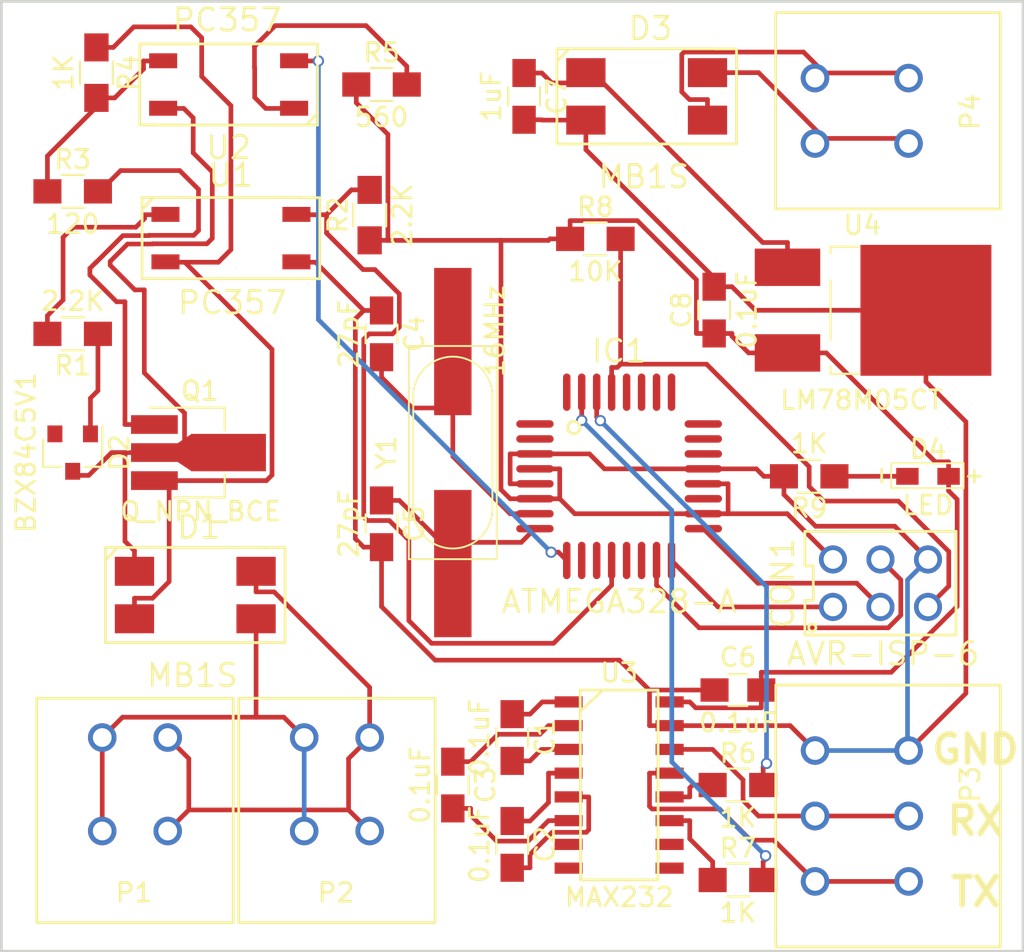
<source format=kicad_pcb>
(kicad_pcb (version 4) (host pcbnew 4.0.5)

  (general
    (links 88)
    (no_connects 0)
    (area 223.444999 18.9256 278.205001 69.925001)
    (thickness 1.6)
    (drawings 7)
    (tracks 359)
    (zones 0)
    (modules 33)
    (nets 55)
  )

  (page A4)
  (layers
    (0 F.Cu signal)
    (31 B.Cu signal)
    (32 B.Adhes user)
    (33 F.Adhes user)
    (34 B.Paste user)
    (35 F.Paste user)
    (36 B.SilkS user)
    (37 F.SilkS user)
    (38 B.Mask user)
    (39 F.Mask user)
    (40 Dwgs.User user)
    (41 Cmts.User user)
    (42 Eco1.User user)
    (43 Eco2.User user)
    (44 Edge.Cuts user)
    (45 Margin user)
    (46 B.CrtYd user)
    (47 F.CrtYd user)
    (48 B.Fab user)
    (49 F.Fab user)
  )

  (setup
    (last_trace_width 0.25)
    (trace_clearance 0.2)
    (zone_clearance 0.508)
    (zone_45_only no)
    (trace_min 0.2)
    (segment_width 0.2)
    (edge_width 0.15)
    (via_size 0.6)
    (via_drill 0.4)
    (via_min_size 0.4)
    (via_min_drill 0.3)
    (uvia_size 0.3)
    (uvia_drill 0.1)
    (uvias_allowed no)
    (uvia_min_size 0.2)
    (uvia_min_drill 0.1)
    (pcb_text_width 0.3)
    (pcb_text_size 1.5 1.5)
    (mod_edge_width 0.15)
    (mod_text_size 1 1)
    (mod_text_width 0.15)
    (pad_size 1.524 1.524)
    (pad_drill 0.762)
    (pad_to_mask_clearance 0)
    (aux_axis_origin 0 0)
    (visible_elements 7FFFFFFF)
    (pcbplotparams
      (layerselection 0x010f0_80000001)
      (usegerberextensions false)
      (gerberprecision 5)
      (excludeedgelayer true)
      (linewidth 0.100000)
      (plotframeref false)
      (viasonmask false)
      (mode 1)
      (useauxorigin false)
      (hpglpennumber 1)
      (hpglpenspeed 20)
      (hpglpendiameter 15)
      (hpglpenoverlay 2)
      (psnegative false)
      (psa4output false)
      (plotreference true)
      (plotvalue true)
      (plotinvisibletext false)
      (padsonsilk false)
      (subtractmaskfromsilk false)
      (outputformat 1)
      (mirror false)
      (drillshape 0)
      (scaleselection 1)
      (outputdirectory GERBER/))
  )

  (net 0 "")
  (net 1 "Net-(C1-Pad1)")
  (net 2 "Net-(C1-Pad2)")
  (net 3 "Net-(C2-Pad1)")
  (net 4 "Net-(C2-Pad2)")
  (net 5 "Net-(C3-Pad1)")
  (net 6 "Net-(C3-Pad2)")
  (net 7 "Net-(C4-Pad2)")
  (net 8 "Net-(C5-Pad1)")
  (net 9 "Net-(C7-Pad1)")
  (net 10 "Net-(CON1-Pad1)")
  (net 11 "Net-(CON1-Pad3)")
  (net 12 "Net-(CON1-Pad4)")
  (net 13 "Net-(CON1-Pad5)")
  (net 14 "Net-(D1-Pad4)")
  (net 15 "Net-(D1-Pad1)")
  (net 16 "Net-(D1-Pad3)")
  (net 17 "Net-(D1-Pad2)")
  (net 18 "Net-(D3-Pad4)")
  (net 19 "Net-(D3-Pad3)")
  (net 20 "Net-(D4-Pad1)")
  (net 21 "Net-(IC1-Pad1)")
  (net 22 "Net-(IC1-Pad2)")
  (net 23 "Net-(IC1-Pad9)")
  (net 24 "Net-(IC1-Pad10)")
  (net 25 "Net-(IC1-Pad11)")
  (net 26 "Net-(IC1-Pad12)")
  (net 27 "Net-(IC1-Pad13)")
  (net 28 "Net-(IC1-Pad14)")
  (net 29 "Net-(IC1-Pad19)")
  (net 30 "Net-(IC1-Pad22)")
  (net 31 "Net-(IC1-Pad23)")
  (net 32 "Net-(IC1-Pad24)")
  (net 33 "Net-(IC1-Pad25)")
  (net 34 "Net-(IC1-Pad26)")
  (net 35 "Net-(IC1-Pad27)")
  (net 36 "Net-(IC1-Pad28)")
  (net 37 "Net-(IC1-Pad30)")
  (net 38 "Net-(IC1-Pad31)")
  (net 39 "Net-(IC1-Pad32)")
  (net 40 "Net-(P3-Pad2)")
  (net 41 "Net-(P3-Pad3)")
  (net 42 "Net-(Q1-Pad1)")
  (net 43 "Net-(R1-Pad2)")
  (net 44 "Net-(R3-Pad1)")
  (net 45 "Net-(R5-Pad2)")
  (net 46 "Net-(R6-Pad1)")
  (net 47 "Net-(R7-Pad1)")
  (net 48 "Net-(U3-Pad7)")
  (net 49 "Net-(U3-Pad8)")
  (net 50 "Net-(U3-Pad9)")
  (net 51 "Net-(U3-Pad10)")
  (net 52 GND)
  (net 53 VCC)
  (net 54 "Net-(D2-Pad2)")

  (net_class Default "This is the default net class."
    (clearance 0.2)
    (trace_width 0.25)
    (via_dia 0.6)
    (via_drill 0.4)
    (uvia_dia 0.3)
    (uvia_drill 0.1)
    (add_net GND)
    (add_net "Net-(C1-Pad1)")
    (add_net "Net-(C1-Pad2)")
    (add_net "Net-(C2-Pad1)")
    (add_net "Net-(C2-Pad2)")
    (add_net "Net-(C3-Pad1)")
    (add_net "Net-(C3-Pad2)")
    (add_net "Net-(C4-Pad2)")
    (add_net "Net-(C5-Pad1)")
    (add_net "Net-(C7-Pad1)")
    (add_net "Net-(CON1-Pad1)")
    (add_net "Net-(CON1-Pad3)")
    (add_net "Net-(CON1-Pad4)")
    (add_net "Net-(CON1-Pad5)")
    (add_net "Net-(D1-Pad1)")
    (add_net "Net-(D1-Pad2)")
    (add_net "Net-(D1-Pad3)")
    (add_net "Net-(D1-Pad4)")
    (add_net "Net-(D2-Pad2)")
    (add_net "Net-(D3-Pad3)")
    (add_net "Net-(D3-Pad4)")
    (add_net "Net-(D4-Pad1)")
    (add_net "Net-(IC1-Pad1)")
    (add_net "Net-(IC1-Pad10)")
    (add_net "Net-(IC1-Pad11)")
    (add_net "Net-(IC1-Pad12)")
    (add_net "Net-(IC1-Pad13)")
    (add_net "Net-(IC1-Pad14)")
    (add_net "Net-(IC1-Pad19)")
    (add_net "Net-(IC1-Pad2)")
    (add_net "Net-(IC1-Pad22)")
    (add_net "Net-(IC1-Pad23)")
    (add_net "Net-(IC1-Pad24)")
    (add_net "Net-(IC1-Pad25)")
    (add_net "Net-(IC1-Pad26)")
    (add_net "Net-(IC1-Pad27)")
    (add_net "Net-(IC1-Pad28)")
    (add_net "Net-(IC1-Pad30)")
    (add_net "Net-(IC1-Pad31)")
    (add_net "Net-(IC1-Pad32)")
    (add_net "Net-(IC1-Pad9)")
    (add_net "Net-(P3-Pad2)")
    (add_net "Net-(P3-Pad3)")
    (add_net "Net-(Q1-Pad1)")
    (add_net "Net-(R1-Pad2)")
    (add_net "Net-(R3-Pad1)")
    (add_net "Net-(R5-Pad2)")
    (add_net "Net-(R6-Pad1)")
    (add_net "Net-(R7-Pad1)")
    (add_net "Net-(U3-Pad10)")
    (add_net "Net-(U3-Pad7)")
    (add_net "Net-(U3-Pad8)")
    (add_net "Net-(U3-Pad9)")
    (add_net VCC)
  )

  (module "Personal Footprints:Capacitor_0805" (layer F.Cu) (tedit 58B52ABF) (tstamp 58B5841C)
    (at 250.825 58.42 270)
    (descr "Capacitor SMD 0805, hand soldering")
    (tags "capacitor 0805")
    (path /58B68B66)
    (attr smd)
    (fp_text reference C1 (at 0 -1.75 270) (layer F.SilkS)
      (effects (font (size 1 1) (thickness 0.15)))
    )
    (fp_text value 0.1uF (at 0 1.75 270) (layer F.SilkS)
      (effects (font (size 1 1) (thickness 0.15)))
    )
    (fp_text user %R (at 0 -1.75 270) (layer F.Fab)
      (effects (font (size 1 1) (thickness 0.15)))
    )
    (fp_line (start -1 0.62) (end -1 -0.62) (layer F.Fab) (width 0.1))
    (fp_line (start 1 0.62) (end -1 0.62) (layer F.Fab) (width 0.1))
    (fp_line (start 1 -0.62) (end 1 0.62) (layer F.Fab) (width 0.1))
    (fp_line (start -1 -0.62) (end 1 -0.62) (layer F.Fab) (width 0.1))
    (fp_line (start 0.5 -0.85) (end -0.5 -0.85) (layer F.SilkS) (width 0.12))
    (fp_line (start -0.5 0.85) (end 0.5 0.85) (layer F.SilkS) (width 0.12))
    (fp_line (start -2.25 -0.88) (end 2.25 -0.88) (layer F.CrtYd) (width 0.05))
    (fp_line (start -2.25 -0.88) (end -2.25 0.87) (layer F.CrtYd) (width 0.05))
    (fp_line (start 2.25 0.87) (end 2.25 -0.88) (layer F.CrtYd) (width 0.05))
    (fp_line (start 2.25 0.87) (end -2.25 0.87) (layer F.CrtYd) (width 0.05))
    (pad 1 smd rect (at -1.25 0 270) (size 1.5 1.25) (layers F.Cu F.Paste F.Mask)
      (net 1 "Net-(C1-Pad1)"))
    (pad 2 smd rect (at 1.25 0 270) (size 1.5 1.25) (layers F.Cu F.Paste F.Mask)
      (net 2 "Net-(C1-Pad2)"))
    (model Capacitors_SMD.3dshapes/C_0805.wrl
      (at (xyz 0 0 0))
      (scale (xyz 1 1 1))
      (rotate (xyz 0 0 0))
    )
  )

  (module "Personal Footprints:Capacitor_0805" (layer F.Cu) (tedit 58B52ABF) (tstamp 58B5842D)
    (at 250.825 64.135 270)
    (descr "Capacitor SMD 0805, hand soldering")
    (tags "capacitor 0805")
    (path /58B6960C)
    (attr smd)
    (fp_text reference C2 (at 0 -1.75 270) (layer F.SilkS)
      (effects (font (size 1 1) (thickness 0.15)))
    )
    (fp_text value 0.1uF (at 0 1.75 270) (layer F.SilkS)
      (effects (font (size 1 1) (thickness 0.15)))
    )
    (fp_text user %R (at 0 -1.75 270) (layer F.Fab)
      (effects (font (size 1 1) (thickness 0.15)))
    )
    (fp_line (start -1 0.62) (end -1 -0.62) (layer F.Fab) (width 0.1))
    (fp_line (start 1 0.62) (end -1 0.62) (layer F.Fab) (width 0.1))
    (fp_line (start 1 -0.62) (end 1 0.62) (layer F.Fab) (width 0.1))
    (fp_line (start -1 -0.62) (end 1 -0.62) (layer F.Fab) (width 0.1))
    (fp_line (start 0.5 -0.85) (end -0.5 -0.85) (layer F.SilkS) (width 0.12))
    (fp_line (start -0.5 0.85) (end 0.5 0.85) (layer F.SilkS) (width 0.12))
    (fp_line (start -2.25 -0.88) (end 2.25 -0.88) (layer F.CrtYd) (width 0.05))
    (fp_line (start -2.25 -0.88) (end -2.25 0.87) (layer F.CrtYd) (width 0.05))
    (fp_line (start 2.25 0.87) (end 2.25 -0.88) (layer F.CrtYd) (width 0.05))
    (fp_line (start 2.25 0.87) (end -2.25 0.87) (layer F.CrtYd) (width 0.05))
    (pad 1 smd rect (at -1.25 0 270) (size 1.5 1.25) (layers F.Cu F.Paste F.Mask)
      (net 3 "Net-(C2-Pad1)"))
    (pad 2 smd rect (at 1.25 0 270) (size 1.5 1.25) (layers F.Cu F.Paste F.Mask)
      (net 4 "Net-(C2-Pad2)"))
    (model Capacitors_SMD.3dshapes/C_0805.wrl
      (at (xyz 0 0 0))
      (scale (xyz 1 1 1))
      (rotate (xyz 0 0 0))
    )
  )

  (module "Personal Footprints:Capacitor_0805" (layer F.Cu) (tedit 58B52ABF) (tstamp 58B5843E)
    (at 247.65 60.96 270)
    (descr "Capacitor SMD 0805, hand soldering")
    (tags "capacitor 0805")
    (path /58B69729)
    (attr smd)
    (fp_text reference C3 (at 0 -1.75 270) (layer F.SilkS)
      (effects (font (size 1 1) (thickness 0.15)))
    )
    (fp_text value 0.1uF (at 0 1.75 270) (layer F.SilkS)
      (effects (font (size 1 1) (thickness 0.15)))
    )
    (fp_text user %R (at 0 -1.75 270) (layer F.Fab)
      (effects (font (size 1 1) (thickness 0.15)))
    )
    (fp_line (start -1 0.62) (end -1 -0.62) (layer F.Fab) (width 0.1))
    (fp_line (start 1 0.62) (end -1 0.62) (layer F.Fab) (width 0.1))
    (fp_line (start 1 -0.62) (end 1 0.62) (layer F.Fab) (width 0.1))
    (fp_line (start -1 -0.62) (end 1 -0.62) (layer F.Fab) (width 0.1))
    (fp_line (start 0.5 -0.85) (end -0.5 -0.85) (layer F.SilkS) (width 0.12))
    (fp_line (start -0.5 0.85) (end 0.5 0.85) (layer F.SilkS) (width 0.12))
    (fp_line (start -2.25 -0.88) (end 2.25 -0.88) (layer F.CrtYd) (width 0.05))
    (fp_line (start -2.25 -0.88) (end -2.25 0.87) (layer F.CrtYd) (width 0.05))
    (fp_line (start 2.25 0.87) (end 2.25 -0.88) (layer F.CrtYd) (width 0.05))
    (fp_line (start 2.25 0.87) (end -2.25 0.87) (layer F.CrtYd) (width 0.05))
    (pad 1 smd rect (at -1.25 0 270) (size 1.5 1.25) (layers F.Cu F.Paste F.Mask)
      (net 5 "Net-(C3-Pad1)"))
    (pad 2 smd rect (at 1.25 0 270) (size 1.5 1.25) (layers F.Cu F.Paste F.Mask)
      (net 6 "Net-(C3-Pad2)"))
    (model Capacitors_SMD.3dshapes/C_0805.wrl
      (at (xyz 0 0 0))
      (scale (xyz 1 1 1))
      (rotate (xyz 0 0 0))
    )
  )

  (module "Personal Footprints:Capacitor_0805" (layer F.Cu) (tedit 58B52ABF) (tstamp 58B5844F)
    (at 243.84 36.83 270)
    (descr "Capacitor SMD 0805, hand soldering")
    (tags "capacitor 0805")
    (path /58B5F995)
    (attr smd)
    (fp_text reference C4 (at 0 -1.75 270) (layer F.SilkS)
      (effects (font (size 1 1) (thickness 0.15)))
    )
    (fp_text value 27pF (at 0 1.75 270) (layer F.SilkS)
      (effects (font (size 1 1) (thickness 0.15)))
    )
    (fp_text user %R (at 0 -1.75 270) (layer F.Fab)
      (effects (font (size 1 1) (thickness 0.15)))
    )
    (fp_line (start -1 0.62) (end -1 -0.62) (layer F.Fab) (width 0.1))
    (fp_line (start 1 0.62) (end -1 0.62) (layer F.Fab) (width 0.1))
    (fp_line (start 1 -0.62) (end 1 0.62) (layer F.Fab) (width 0.1))
    (fp_line (start -1 -0.62) (end 1 -0.62) (layer F.Fab) (width 0.1))
    (fp_line (start 0.5 -0.85) (end -0.5 -0.85) (layer F.SilkS) (width 0.12))
    (fp_line (start -0.5 0.85) (end 0.5 0.85) (layer F.SilkS) (width 0.12))
    (fp_line (start -2.25 -0.88) (end 2.25 -0.88) (layer F.CrtYd) (width 0.05))
    (fp_line (start -2.25 -0.88) (end -2.25 0.87) (layer F.CrtYd) (width 0.05))
    (fp_line (start 2.25 0.87) (end 2.25 -0.88) (layer F.CrtYd) (width 0.05))
    (fp_line (start 2.25 0.87) (end -2.25 0.87) (layer F.CrtYd) (width 0.05))
    (pad 1 smd rect (at -1.25 0 270) (size 1.5 1.25) (layers F.Cu F.Paste F.Mask)
      (net 52 GND))
    (pad 2 smd rect (at 1.25 0 270) (size 1.5 1.25) (layers F.Cu F.Paste F.Mask)
      (net 7 "Net-(C4-Pad2)"))
    (model Capacitors_SMD.3dshapes/C_0805.wrl
      (at (xyz 0 0 0))
      (scale (xyz 1 1 1))
      (rotate (xyz 0 0 0))
    )
  )

  (module "Personal Footprints:Capacitor_0805" (layer F.Cu) (tedit 58B52ABF) (tstamp 58B58460)
    (at 243.84 46.99 270)
    (descr "Capacitor SMD 0805, hand soldering")
    (tags "capacitor 0805")
    (path /58B5F9E8)
    (attr smd)
    (fp_text reference C5 (at 0 -1.75 270) (layer F.SilkS)
      (effects (font (size 1 1) (thickness 0.15)))
    )
    (fp_text value 27pF (at 0 1.75 270) (layer F.SilkS)
      (effects (font (size 1 1) (thickness 0.15)))
    )
    (fp_text user %R (at 0 -1.75 270) (layer F.Fab)
      (effects (font (size 1 1) (thickness 0.15)))
    )
    (fp_line (start -1 0.62) (end -1 -0.62) (layer F.Fab) (width 0.1))
    (fp_line (start 1 0.62) (end -1 0.62) (layer F.Fab) (width 0.1))
    (fp_line (start 1 -0.62) (end 1 0.62) (layer F.Fab) (width 0.1))
    (fp_line (start -1 -0.62) (end 1 -0.62) (layer F.Fab) (width 0.1))
    (fp_line (start 0.5 -0.85) (end -0.5 -0.85) (layer F.SilkS) (width 0.12))
    (fp_line (start -0.5 0.85) (end 0.5 0.85) (layer F.SilkS) (width 0.12))
    (fp_line (start -2.25 -0.88) (end 2.25 -0.88) (layer F.CrtYd) (width 0.05))
    (fp_line (start -2.25 -0.88) (end -2.25 0.87) (layer F.CrtYd) (width 0.05))
    (fp_line (start 2.25 0.87) (end 2.25 -0.88) (layer F.CrtYd) (width 0.05))
    (fp_line (start 2.25 0.87) (end -2.25 0.87) (layer F.CrtYd) (width 0.05))
    (pad 1 smd rect (at -1.25 0 270) (size 1.5 1.25) (layers F.Cu F.Paste F.Mask)
      (net 8 "Net-(C5-Pad1)"))
    (pad 2 smd rect (at 1.25 0 270) (size 1.5 1.25) (layers F.Cu F.Paste F.Mask)
      (net 52 GND))
    (model Capacitors_SMD.3dshapes/C_0805.wrl
      (at (xyz 0 0 0))
      (scale (xyz 1 1 1))
      (rotate (xyz 0 0 0))
    )
  )

  (module "Personal Footprints:Capacitor_0805" (layer F.Cu) (tedit 58B52ABF) (tstamp 58B58471)
    (at 262.89 55.88)
    (descr "Capacitor SMD 0805, hand soldering")
    (tags "capacitor 0805")
    (path /58B6BB09)
    (attr smd)
    (fp_text reference C6 (at 0 -1.75) (layer F.SilkS)
      (effects (font (size 1 1) (thickness 0.15)))
    )
    (fp_text value 0.1uF (at 0 1.75) (layer F.SilkS)
      (effects (font (size 1 1) (thickness 0.15)))
    )
    (fp_text user %R (at 0 -1.75) (layer F.Fab)
      (effects (font (size 1 1) (thickness 0.15)))
    )
    (fp_line (start -1 0.62) (end -1 -0.62) (layer F.Fab) (width 0.1))
    (fp_line (start 1 0.62) (end -1 0.62) (layer F.Fab) (width 0.1))
    (fp_line (start 1 -0.62) (end 1 0.62) (layer F.Fab) (width 0.1))
    (fp_line (start -1 -0.62) (end 1 -0.62) (layer F.Fab) (width 0.1))
    (fp_line (start 0.5 -0.85) (end -0.5 -0.85) (layer F.SilkS) (width 0.12))
    (fp_line (start -0.5 0.85) (end 0.5 0.85) (layer F.SilkS) (width 0.12))
    (fp_line (start -2.25 -0.88) (end 2.25 -0.88) (layer F.CrtYd) (width 0.05))
    (fp_line (start -2.25 -0.88) (end -2.25 0.87) (layer F.CrtYd) (width 0.05))
    (fp_line (start 2.25 0.87) (end 2.25 -0.88) (layer F.CrtYd) (width 0.05))
    (fp_line (start 2.25 0.87) (end -2.25 0.87) (layer F.CrtYd) (width 0.05))
    (pad 1 smd rect (at -1.25 0) (size 1.5 1.25) (layers F.Cu F.Paste F.Mask)
      (net 52 GND))
    (pad 2 smd rect (at 1.25 0) (size 1.5 1.25) (layers F.Cu F.Paste F.Mask)
      (net 53 VCC))
    (model Capacitors_SMD.3dshapes/C_0805.wrl
      (at (xyz 0 0 0))
      (scale (xyz 1 1 1))
      (rotate (xyz 0 0 0))
    )
  )

  (module "Personal Footprints:Capacitor_0805" (layer F.Cu) (tedit 58B52ABF) (tstamp 58B58482)
    (at 251.46 24.13 270)
    (descr "Capacitor SMD 0805, hand soldering")
    (tags "capacitor 0805")
    (path /58B629DC)
    (attr smd)
    (fp_text reference C7 (at 0 -1.75 270) (layer F.SilkS)
      (effects (font (size 1 1) (thickness 0.15)))
    )
    (fp_text value 1uF (at 0 1.75 270) (layer F.SilkS)
      (effects (font (size 1 1) (thickness 0.15)))
    )
    (fp_text user %R (at 0 -1.75 270) (layer F.Fab)
      (effects (font (size 1 1) (thickness 0.15)))
    )
    (fp_line (start -1 0.62) (end -1 -0.62) (layer F.Fab) (width 0.1))
    (fp_line (start 1 0.62) (end -1 0.62) (layer F.Fab) (width 0.1))
    (fp_line (start 1 -0.62) (end 1 0.62) (layer F.Fab) (width 0.1))
    (fp_line (start -1 -0.62) (end 1 -0.62) (layer F.Fab) (width 0.1))
    (fp_line (start 0.5 -0.85) (end -0.5 -0.85) (layer F.SilkS) (width 0.12))
    (fp_line (start -0.5 0.85) (end 0.5 0.85) (layer F.SilkS) (width 0.12))
    (fp_line (start -2.25 -0.88) (end 2.25 -0.88) (layer F.CrtYd) (width 0.05))
    (fp_line (start -2.25 -0.88) (end -2.25 0.87) (layer F.CrtYd) (width 0.05))
    (fp_line (start 2.25 0.87) (end 2.25 -0.88) (layer F.CrtYd) (width 0.05))
    (fp_line (start 2.25 0.87) (end -2.25 0.87) (layer F.CrtYd) (width 0.05))
    (pad 1 smd rect (at -1.25 0 270) (size 1.5 1.25) (layers F.Cu F.Paste F.Mask)
      (net 9 "Net-(C7-Pad1)"))
    (pad 2 smd rect (at 1.25 0 270) (size 1.5 1.25) (layers F.Cu F.Paste F.Mask)
      (net 52 GND))
    (model Capacitors_SMD.3dshapes/C_0805.wrl
      (at (xyz 0 0 0))
      (scale (xyz 1 1 1))
      (rotate (xyz 0 0 0))
    )
  )

  (module "Personal Footprints:Capacitor_0805" (layer F.Cu) (tedit 58B52ABF) (tstamp 58B58493)
    (at 261.62 35.56 90)
    (descr "Capacitor SMD 0805, hand soldering")
    (tags "capacitor 0805")
    (path /58B63886)
    (attr smd)
    (fp_text reference C8 (at 0 -1.75 90) (layer F.SilkS)
      (effects (font (size 1 1) (thickness 0.15)))
    )
    (fp_text value 0.1uF (at 0 1.75 90) (layer F.SilkS)
      (effects (font (size 1 1) (thickness 0.15)))
    )
    (fp_text user %R (at 0 -1.75 90) (layer F.Fab)
      (effects (font (size 1 1) (thickness 0.15)))
    )
    (fp_line (start -1 0.62) (end -1 -0.62) (layer F.Fab) (width 0.1))
    (fp_line (start 1 0.62) (end -1 0.62) (layer F.Fab) (width 0.1))
    (fp_line (start 1 -0.62) (end 1 0.62) (layer F.Fab) (width 0.1))
    (fp_line (start -1 -0.62) (end 1 -0.62) (layer F.Fab) (width 0.1))
    (fp_line (start 0.5 -0.85) (end -0.5 -0.85) (layer F.SilkS) (width 0.12))
    (fp_line (start -0.5 0.85) (end 0.5 0.85) (layer F.SilkS) (width 0.12))
    (fp_line (start -2.25 -0.88) (end 2.25 -0.88) (layer F.CrtYd) (width 0.05))
    (fp_line (start -2.25 -0.88) (end -2.25 0.87) (layer F.CrtYd) (width 0.05))
    (fp_line (start 2.25 0.87) (end 2.25 -0.88) (layer F.CrtYd) (width 0.05))
    (fp_line (start 2.25 0.87) (end -2.25 0.87) (layer F.CrtYd) (width 0.05))
    (pad 1 smd rect (at -1.25 0 90) (size 1.5 1.25) (layers F.Cu F.Paste F.Mask)
      (net 53 VCC))
    (pad 2 smd rect (at 1.25 0 90) (size 1.5 1.25) (layers F.Cu F.Paste F.Mask)
      (net 52 GND))
    (model Capacitors_SMD.3dshapes/C_0805.wrl
      (at (xyz 0 0 0))
      (scale (xyz 1 1 1))
      (rotate (xyz 0 0 0))
    )
  )

  (module "Personal Footprints:MB1S_SOIC-4" (layer F.Cu) (tedit 58B52B5C) (tstamp 58B584B5)
    (at 234.95 50.8 270)
    (path /58B54812)
    (fp_text reference D1 (at -3.6322 0.8636 360) (layer F.SilkS)
      (effects (font (size 1.2 1.2) (thickness 0.15)))
    )
    (fp_text value MB1S (at 4.2926 1.2192 360) (layer F.SilkS)
      (effects (font (size 1.2 1.2) (thickness 0.15)))
    )
    (fp_line (start -2.54 5.2324) (end -1.8542 5.8674) (layer F.SilkS) (width 0.15))
    (fp_line (start -1.4986 -3.7338) (end -2.54 -3.7338) (layer F.SilkS) (width 0.15))
    (fp_line (start -2.54 -3.7338) (end -2.54 -2.5908) (layer F.SilkS) (width 0.15))
    (fp_line (start -2.545 -2.7332) (end -2.545 5.8668) (layer F.SilkS) (width 0.15))
    (fp_line (start -2.545 5.8668) (end 2.545 5.8668) (layer F.SilkS) (width 0.15))
    (fp_line (start 2.545 5.8668) (end 2.545 -3.7332) (layer F.SilkS) (width 0.15))
    (fp_line (start 2.545 -3.7332) (end -1.545 -3.7332) (layer F.SilkS) (width 0.15))
    (pad 4 smd rect (at -1.27 -2.1832 270) (size 1.55 2.1) (layers F.Cu F.Paste F.Mask)
      (net 14 "Net-(D1-Pad4)"))
    (pad 1 smd rect (at -1.27 4.3168 270) (size 1.55 2.1) (layers F.Cu F.Paste F.Mask)
      (net 15 "Net-(D1-Pad1)"))
    (pad 3 smd rect (at 1.27 -2.1832 270) (size 1.55 2.1) (layers F.Cu F.Paste F.Mask)
      (net 16 "Net-(D1-Pad3)"))
    (pad 2 smd rect (at 1.27 4.3168 270) (size 1.55 2.1) (layers F.Cu F.Paste F.Mask)
      (net 17 "Net-(D1-Pad2)"))
  )

  (module "Personal Footprints:MB1S_SOIC-4" (layer F.Cu) (tedit 58B52B5C) (tstamp 58B584DD)
    (at 259.08 24.13 270)
    (path /58B54687)
    (fp_text reference D3 (at -3.6322 0.8636 360) (layer F.SilkS)
      (effects (font (size 1.2 1.2) (thickness 0.15)))
    )
    (fp_text value MB1S (at 4.2926 1.2192 360) (layer F.SilkS)
      (effects (font (size 1.2 1.2) (thickness 0.15)))
    )
    (fp_line (start -2.54 5.2324) (end -1.8542 5.8674) (layer F.SilkS) (width 0.15))
    (fp_line (start -1.4986 -3.7338) (end -2.54 -3.7338) (layer F.SilkS) (width 0.15))
    (fp_line (start -2.54 -3.7338) (end -2.54 -2.5908) (layer F.SilkS) (width 0.15))
    (fp_line (start -2.545 -2.7332) (end -2.545 5.8668) (layer F.SilkS) (width 0.15))
    (fp_line (start -2.545 5.8668) (end 2.545 5.8668) (layer F.SilkS) (width 0.15))
    (fp_line (start 2.545 5.8668) (end 2.545 -3.7332) (layer F.SilkS) (width 0.15))
    (fp_line (start 2.545 -3.7332) (end -1.545 -3.7332) (layer F.SilkS) (width 0.15))
    (pad 4 smd rect (at -1.27 -2.1832 270) (size 1.55 2.1) (layers F.Cu F.Paste F.Mask)
      (net 18 "Net-(D3-Pad4)"))
    (pad 1 smd rect (at -1.27 4.3168 270) (size 1.55 2.1) (layers F.Cu F.Paste F.Mask)
      (net 9 "Net-(C7-Pad1)"))
    (pad 3 smd rect (at 1.27 -2.1832 270) (size 1.55 2.1) (layers F.Cu F.Paste F.Mask)
      (net 19 "Net-(D3-Pad3)"))
    (pad 2 smd rect (at 1.27 4.3168 270) (size 1.55 2.1) (layers F.Cu F.Paste F.Mask)
      (net 52 GND))
  )

  (module "Personal Footprints:LED_0603" (layer F.Cu) (tedit 58B53BE7) (tstamp 58B584ED)
    (at 273.05 44.45)
    (descr "Resistor SMD 0603, hand soldering")
    (tags "resistor 0603")
    (path /58B640E6)
    (attr smd)
    (fp_text reference D4 (at 0 -1.45) (layer F.SilkS)
      (effects (font (size 1 1) (thickness 0.15)))
    )
    (fp_text value LED (at 0 1.55) (layer F.SilkS)
      (effects (font (size 1 1) (thickness 0.15)))
    )
    (fp_line (start 2.4765 0.254) (end 2.4765 0.3175) (layer F.SilkS) (width 0.15))
    (fp_line (start 2.2225 0) (end 2.159 0) (layer F.SilkS) (width 0.15))
    (fp_line (start 2.4765 -0.3175) (end 2.4765 0.254) (layer F.SilkS) (width 0.15))
    (fp_line (start 2.2225 0) (end 2.794 0) (layer F.SilkS) (width 0.15))
    (fp_line (start -2.4765 -0.381) (end -2.4765 0.3175) (layer F.SilkS) (width 0.15))
    (fp_line (start -1.9685 -0.6985) (end 1.905 -0.6985) (layer F.SilkS) (width 0.1))
    (fp_line (start 1.905 -0.6985) (end 1.905 0.635) (layer F.SilkS) (width 0.1))
    (fp_line (start 1.905 0.635) (end -1.9685 0.635) (layer F.SilkS) (width 0.1))
    (fp_line (start -1.9685 0.635) (end -1.9685 -0.635) (layer F.SilkS) (width 0.1))
    (fp_text user %R (at 0 -1.45) (layer F.Fab)
      (effects (font (size 1 1) (thickness 0.15)))
    )
    (pad 1 smd rect (at -1.1 0) (size 1.2 0.9) (layers F.Cu F.Paste F.Mask)
      (net 20 "Net-(D4-Pad1)"))
    (pad 2 smd rect (at 1.1 0) (size 1.2 0.9) (layers F.Cu F.Paste F.Mask)
      (net 53 VCC))
    (model Resistors_SMD.3dshapes/R_0603.wrl
      (at (xyz 0 0 0))
      (scale (xyz 1 1 1))
      (rotate (xyz 0 0 0))
    )
  )

  (module "Personal Footprints:QFP_32" (layer F.Cu) (tedit 58B5921B) (tstamp 58B58512)
    (at 256.54 44.45)
    (path /58B5458E)
    (fp_text reference IC1 (at 0 -6.7) (layer F.SilkS)
      (effects (font (size 1.2 1.2) (thickness 0.15)))
    )
    (fp_text value ATMEGA328-A (at 0 6.7) (layer F.SilkS)
      (effects (font (size 1.2 1.2) (thickness 0.15)))
    )
    (fp_circle (center -2.42062 -2.61112) (end -2.17678 -2.3876) (layer F.SilkS) (width 0.15))
    (pad 1 smd oval (at -4.5 -2.8 90) (size 0.4 2) (layers F.Cu F.Paste F.Mask)
      (net 21 "Net-(IC1-Pad1)"))
    (pad 2 smd oval (at -4.5 -2 90) (size 0.4 2) (layers F.Cu F.Paste F.Mask)
      (net 22 "Net-(IC1-Pad2)"))
    (pad 3 smd oval (at -4.5 -1.2 90) (size 0.4 2) (layers F.Cu F.Paste F.Mask)
      (net 52 GND))
    (pad 4 smd oval (at -4.5 -0.4 90) (size 0.4 2) (layers F.Cu F.Paste F.Mask)
      (net 53 VCC))
    (pad 5 smd oval (at -4.5 0.4 90) (size 0.4 2) (layers F.Cu F.Paste F.Mask)
      (net 52 GND))
    (pad 6 smd oval (at -4.5 1.2 90) (size 0.4 2) (layers F.Cu F.Paste F.Mask)
      (net 53 VCC))
    (pad 7 smd oval (at -4.5 2 90) (size 0.4 2) (layers F.Cu F.Paste F.Mask)
      (net 7 "Net-(C4-Pad2)"))
    (pad 8 smd oval (at -4.5 2.8 90) (size 0.4 2) (layers F.Cu F.Paste F.Mask)
      (net 8 "Net-(C5-Pad1)"))
    (pad 9 smd oval (at -2.8 4.5) (size 0.4 2) (layers F.Cu F.Paste F.Mask)
      (net 23 "Net-(IC1-Pad9)"))
    (pad 10 smd oval (at -2 4.5) (size 0.4 2) (layers F.Cu F.Paste F.Mask)
      (net 24 "Net-(IC1-Pad10)"))
    (pad 11 smd oval (at -1.2 4.5) (size 0.4 2) (layers F.Cu F.Paste F.Mask)
      (net 25 "Net-(IC1-Pad11)"))
    (pad 12 smd oval (at -0.4 4.5) (size 0.4 2) (layers F.Cu F.Paste F.Mask)
      (net 26 "Net-(IC1-Pad12)"))
    (pad 13 smd oval (at 0.4 4.5) (size 0.4 2) (layers F.Cu F.Paste F.Mask)
      (net 27 "Net-(IC1-Pad13)"))
    (pad 14 smd oval (at 1.2 4.5) (size 0.4 2) (layers F.Cu F.Paste F.Mask)
      (net 28 "Net-(IC1-Pad14)"))
    (pad 15 smd oval (at 2 4.5) (size 0.4 2) (layers F.Cu F.Paste F.Mask)
      (net 12 "Net-(CON1-Pad4)"))
    (pad 16 smd oval (at 2.8 4.5) (size 0.4 2) (layers F.Cu F.Paste F.Mask)
      (net 10 "Net-(CON1-Pad1)"))
    (pad 17 smd oval (at 4.5 2.8 90) (size 0.4 2) (layers F.Cu F.Paste F.Mask)
      (net 11 "Net-(CON1-Pad3)"))
    (pad 18 smd oval (at 4.5 2 90) (size 0.4 2) (layers F.Cu F.Paste F.Mask)
      (net 53 VCC))
    (pad 19 smd oval (at 4.5 1.2 90) (size 0.4 2) (layers F.Cu F.Paste F.Mask)
      (net 29 "Net-(IC1-Pad19)"))
    (pad 20 smd oval (at 4.5 0.4 90) (size 0.4 2) (layers F.Cu F.Paste F.Mask)
      (net 53 VCC))
    (pad 21 smd oval (at 4.5 -0.4 90) (size 0.4 2) (layers F.Cu F.Paste F.Mask)
      (net 52 GND))
    (pad 22 smd oval (at 4.5 -1.2 90) (size 0.4 2) (layers F.Cu F.Paste F.Mask)
      (net 30 "Net-(IC1-Pad22)"))
    (pad 23 smd oval (at 4.5 -2 90) (size 0.4 2) (layers F.Cu F.Paste F.Mask)
      (net 31 "Net-(IC1-Pad23)"))
    (pad 24 smd oval (at 4.5 -2.8 90) (size 0.4 2) (layers F.Cu F.Paste F.Mask)
      (net 32 "Net-(IC1-Pad24)"))
    (pad 25 smd oval (at 2.8 -4.5) (size 0.4 2) (layers F.Cu F.Paste F.Mask)
      (net 33 "Net-(IC1-Pad25)"))
    (pad 26 smd oval (at 2 -4.5) (size 0.4 2) (layers F.Cu F.Paste F.Mask)
      (net 34 "Net-(IC1-Pad26)"))
    (pad 27 smd oval (at 1.2 -4.5) (size 0.4 2) (layers F.Cu F.Paste F.Mask)
      (net 35 "Net-(IC1-Pad27)"))
    (pad 28 smd oval (at 0.4 -4.5) (size 0.4 2) (layers F.Cu F.Paste F.Mask)
      (net 36 "Net-(IC1-Pad28)"))
    (pad 29 smd oval (at -0.4 -4.5) (size 0.4 2) (layers F.Cu F.Paste F.Mask)
      (net 13 "Net-(CON1-Pad5)"))
    (pad 30 smd oval (at -1.2 -4.5) (size 0.4 2) (layers F.Cu F.Paste F.Mask)
      (net 37 "Net-(IC1-Pad30)"))
    (pad 31 smd oval (at -2 -4.5) (size 0.4 2) (layers F.Cu F.Paste F.Mask)
      (net 38 "Net-(IC1-Pad31)"))
    (pad 32 smd oval (at -2.8 -4.5) (size 0.4 2) (layers F.Cu F.Paste F.Mask)
      (net 39 "Net-(IC1-Pad32)"))
  )

  (module "Personal Footprints:BCX56_SOT89" (layer F.Cu) (tedit 58B530D7) (tstamp 58B58562)
    (at 233.68 43.18)
    (descr "SOT89-3, Housing, Handsoldering,")
    (tags "SOT89-3 Housing Handsoldering ")
    (path /58B5582B)
    (attr smd)
    (fp_text reference Q1 (at 0.45 -3.3) (layer F.SilkS)
      (effects (font (size 1 1) (thickness 0.15)))
    )
    (fp_text value Q_NPN_BCE (at 0.5 3.15) (layer F.SilkS)
      (effects (font (size 1 1) (thickness 0.15)))
    )
    (fp_line (start -3.5 2.55) (end 4.25 2.55) (layer F.CrtYd) (width 0.05))
    (fp_line (start 4.25 2.55) (end 4.25 -2.55) (layer F.CrtYd) (width 0.05))
    (fp_line (start 4.25 -2.55) (end -3.5 -2.55) (layer F.CrtYd) (width 0.05))
    (fp_line (start -3.5 -2.55) (end -3.5 2.55) (layer F.CrtYd) (width 0.05))
    (fp_line (start 1.78 1.2) (end 1.78 2.4) (layer F.SilkS) (width 0.12))
    (fp_line (start 1.78 2.4) (end -0.92 2.4) (layer F.SilkS) (width 0.12))
    (fp_line (start -2.22 -2.4) (end 1.78 -2.4) (layer F.SilkS) (width 0.12))
    (fp_line (start 1.78 -2.4) (end 1.78 -1.2) (layer F.SilkS) (width 0.12))
    (fp_line (start -0.92 -1.51) (end -0.13 -2.3) (layer F.Fab) (width 0.1))
    (fp_line (start 1.68 -2.3) (end 1.68 2.3) (layer F.Fab) (width 0.1))
    (fp_line (start 1.68 2.3) (end -0.92 2.3) (layer F.Fab) (width 0.1))
    (fp_line (start -0.92 2.3) (end -0.92 -1.51) (layer F.Fab) (width 0.1))
    (fp_line (start -0.13 -2.3) (end 1.68 -2.3) (layer F.Fab) (width 0.1))
    (pad 1 smd rect (at -1.98 -1.5 270) (size 1 2.5) (layers F.Cu F.Paste F.Mask)
      (net 42 "Net-(Q1-Pad1)"))
    (pad 2 smd rect (at -1.98 0 270) (size 1 2.5) (layers F.Cu F.Paste F.Mask)
      (net 15 "Net-(D1-Pad1)"))
    (pad 3 smd rect (at -1.98 1.5 270) (size 1 2.5) (layers F.Cu F.Paste F.Mask)
      (net 17 "Net-(D1-Pad2)"))
    (pad 2 smd rect (at 1.98 0 270) (size 2 4) (layers F.Cu F.Paste F.Mask)
      (net 15 "Net-(D1-Pad1)"))
    (pad 2 smd trapezoid (at -0.37 0 90) (size 1.5 0.75) (rect_delta 0 0.5 ) (layers F.Cu F.Paste F.Mask)
      (net 15 "Net-(D1-Pad1)"))
    (model TO_SOT_Packages_SMD.3dshapes/SOT89-3_Housing_Handsoldering.wrl
      (at (xyz 0.02 0 0))
      (scale (xyz 0.39 0.39 0.39))
      (rotate (xyz 0 0 90))
    )
  )

  (module "Personal Footprints:Resistor_0805" (layer F.Cu) (tedit 58B57407) (tstamp 58B5856F)
    (at 227.33 36.83 180)
    (descr "Resistor SMD 0805, hand soldering")
    (tags "resistor 0805")
    (path /58B550A3)
    (attr smd)
    (fp_text reference R1 (at 0 -1.7 180) (layer F.SilkS)
      (effects (font (size 1 1) (thickness 0.15)))
    )
    (fp_text value 2.2K (at 0 1.75 180) (layer F.SilkS)
      (effects (font (size 1 1) (thickness 0.15)))
    )
    (fp_text user %R (at 0 -1.7 180) (layer F.Fab)
      (effects (font (size 1 1) (thickness 0.15)))
    )
    (fp_line (start -1 0.62) (end -1 -0.62) (layer F.Fab) (width 0.1))
    (fp_line (start 1 0.62) (end -1 0.62) (layer F.Fab) (width 0.1))
    (fp_line (start 1 -0.62) (end 1 0.62) (layer F.Fab) (width 0.1))
    (fp_line (start -1 -0.62) (end 1 -0.62) (layer F.Fab) (width 0.1))
    (fp_line (start 0.6 0.88) (end -0.6 0.88) (layer F.SilkS) (width 0.12))
    (fp_line (start -0.6 -0.88) (end 0.6 -0.88) (layer F.SilkS) (width 0.12))
    (pad 1 smd rect (at -1.35 0 180) (size 1.5 1.3) (layers F.Cu F.Paste F.Mask)
      (net 54 "Net-(D2-Pad2)"))
    (pad 2 smd rect (at 1.35 0 180) (size 1.5 1.3) (layers F.Cu F.Paste F.Mask)
      (net 43 "Net-(R1-Pad2)"))
    (model Resistors_SMD.3dshapes/R_0805.wrl
      (at (xyz 0 0 0))
      (scale (xyz 1 1 1))
      (rotate (xyz 0 0 0))
    )
  )

  (module "Personal Footprints:Resistor_0805" (layer F.Cu) (tedit 58B57407) (tstamp 58B5857C)
    (at 243.205 30.48 90)
    (descr "Resistor SMD 0805, hand soldering")
    (tags "resistor 0805")
    (path /58B555FA)
    (attr smd)
    (fp_text reference R2 (at 0 -1.7 90) (layer F.SilkS)
      (effects (font (size 1 1) (thickness 0.15)))
    )
    (fp_text value 2.2K (at 0 1.75 90) (layer F.SilkS)
      (effects (font (size 1 1) (thickness 0.15)))
    )
    (fp_text user %R (at 0 -1.7 90) (layer F.Fab)
      (effects (font (size 1 1) (thickness 0.15)))
    )
    (fp_line (start -1 0.62) (end -1 -0.62) (layer F.Fab) (width 0.1))
    (fp_line (start 1 0.62) (end -1 0.62) (layer F.Fab) (width 0.1))
    (fp_line (start 1 -0.62) (end 1 0.62) (layer F.Fab) (width 0.1))
    (fp_line (start -1 -0.62) (end 1 -0.62) (layer F.Fab) (width 0.1))
    (fp_line (start 0.6 0.88) (end -0.6 0.88) (layer F.SilkS) (width 0.12))
    (fp_line (start -0.6 -0.88) (end 0.6 -0.88) (layer F.SilkS) (width 0.12))
    (pad 1 smd rect (at -1.35 0 90) (size 1.5 1.3) (layers F.Cu F.Paste F.Mask)
      (net 53 VCC))
    (pad 2 smd rect (at 1.35 0 90) (size 1.5 1.3) (layers F.Cu F.Paste F.Mask)
      (net 26 "Net-(IC1-Pad12)"))
    (model Resistors_SMD.3dshapes/R_0805.wrl
      (at (xyz 0 0 0))
      (scale (xyz 1 1 1))
      (rotate (xyz 0 0 0))
    )
  )

  (module "Personal Footprints:Resistor_0805" (layer F.Cu) (tedit 58B57407) (tstamp 58B58589)
    (at 227.33 29.21)
    (descr "Resistor SMD 0805, hand soldering")
    (tags "resistor 0805")
    (path /58B55CC1)
    (attr smd)
    (fp_text reference R3 (at 0 -1.7) (layer F.SilkS)
      (effects (font (size 1 1) (thickness 0.15)))
    )
    (fp_text value 120 (at 0 1.75) (layer F.SilkS)
      (effects (font (size 1 1) (thickness 0.15)))
    )
    (fp_text user %R (at 0 -1.7) (layer F.Fab)
      (effects (font (size 1 1) (thickness 0.15)))
    )
    (fp_line (start -1 0.62) (end -1 -0.62) (layer F.Fab) (width 0.1))
    (fp_line (start 1 0.62) (end -1 0.62) (layer F.Fab) (width 0.1))
    (fp_line (start 1 -0.62) (end 1 0.62) (layer F.Fab) (width 0.1))
    (fp_line (start -1 -0.62) (end 1 -0.62) (layer F.Fab) (width 0.1))
    (fp_line (start 0.6 0.88) (end -0.6 0.88) (layer F.SilkS) (width 0.12))
    (fp_line (start -0.6 -0.88) (end 0.6 -0.88) (layer F.SilkS) (width 0.12))
    (pad 1 smd rect (at -1.35 0) (size 1.5 1.3) (layers F.Cu F.Paste F.Mask)
      (net 44 "Net-(R3-Pad1)"))
    (pad 2 smd rect (at 1.35 0) (size 1.5 1.3) (layers F.Cu F.Paste F.Mask)
      (net 42 "Net-(Q1-Pad1)"))
    (model Resistors_SMD.3dshapes/R_0805.wrl
      (at (xyz 0 0 0))
      (scale (xyz 1 1 1))
      (rotate (xyz 0 0 0))
    )
  )

  (module "Personal Footprints:Resistor_0805" (layer F.Cu) (tedit 58B57407) (tstamp 58B58596)
    (at 228.6 22.86 270)
    (descr "Resistor SMD 0805, hand soldering")
    (tags "resistor 0805")
    (path /58B55F32)
    (attr smd)
    (fp_text reference R4 (at 0 -1.7 270) (layer F.SilkS)
      (effects (font (size 1 1) (thickness 0.15)))
    )
    (fp_text value 1K (at 0 1.75 270) (layer F.SilkS)
      (effects (font (size 1 1) (thickness 0.15)))
    )
    (fp_text user %R (at 0 -1.7 270) (layer F.Fab)
      (effects (font (size 1 1) (thickness 0.15)))
    )
    (fp_line (start -1 0.62) (end -1 -0.62) (layer F.Fab) (width 0.1))
    (fp_line (start 1 0.62) (end -1 0.62) (layer F.Fab) (width 0.1))
    (fp_line (start 1 -0.62) (end 1 0.62) (layer F.Fab) (width 0.1))
    (fp_line (start -1 -0.62) (end 1 -0.62) (layer F.Fab) (width 0.1))
    (fp_line (start 0.6 0.88) (end -0.6 0.88) (layer F.SilkS) (width 0.12))
    (fp_line (start -0.6 -0.88) (end 0.6 -0.88) (layer F.SilkS) (width 0.12))
    (pad 1 smd rect (at -1.35 0 270) (size 1.5 1.3) (layers F.Cu F.Paste F.Mask)
      (net 17 "Net-(D1-Pad2)"))
    (pad 2 smd rect (at 1.35 0 270) (size 1.5 1.3) (layers F.Cu F.Paste F.Mask)
      (net 44 "Net-(R3-Pad1)"))
    (model Resistors_SMD.3dshapes/R_0805.wrl
      (at (xyz 0 0 0))
      (scale (xyz 1 1 1))
      (rotate (xyz 0 0 0))
    )
  )

  (module "Personal Footprints:Resistor_0805" (layer F.Cu) (tedit 58B57407) (tstamp 58B585A3)
    (at 243.84 23.495)
    (descr "Resistor SMD 0805, hand soldering")
    (tags "resistor 0805")
    (path /58B56B4C)
    (attr smd)
    (fp_text reference R5 (at 0 -1.7) (layer F.SilkS)
      (effects (font (size 1 1) (thickness 0.15)))
    )
    (fp_text value 560 (at 0 1.75) (layer F.SilkS)
      (effects (font (size 1 1) (thickness 0.15)))
    )
    (fp_text user %R (at 0 -1.7) (layer F.Fab)
      (effects (font (size 1 1) (thickness 0.15)))
    )
    (fp_line (start -1 0.62) (end -1 -0.62) (layer F.Fab) (width 0.1))
    (fp_line (start 1 0.62) (end -1 0.62) (layer F.Fab) (width 0.1))
    (fp_line (start 1 -0.62) (end 1 0.62) (layer F.Fab) (width 0.1))
    (fp_line (start -1 -0.62) (end 1 -0.62) (layer F.Fab) (width 0.1))
    (fp_line (start 0.6 0.88) (end -0.6 0.88) (layer F.SilkS) (width 0.12))
    (fp_line (start -0.6 -0.88) (end 0.6 -0.88) (layer F.SilkS) (width 0.12))
    (pad 1 smd rect (at -1.35 0) (size 1.5 1.3) (layers F.Cu F.Paste F.Mask)
      (net 53 VCC))
    (pad 2 smd rect (at 1.35 0) (size 1.5 1.3) (layers F.Cu F.Paste F.Mask)
      (net 45 "Net-(R5-Pad2)"))
    (model Resistors_SMD.3dshapes/R_0805.wrl
      (at (xyz 0 0 0))
      (scale (xyz 1 1 1))
      (rotate (xyz 0 0 0))
    )
  )

  (module "Personal Footprints:Resistor_0805" (layer F.Cu) (tedit 58B57407) (tstamp 58B585B0)
    (at 262.89 60.96)
    (descr "Resistor SMD 0805, hand soldering")
    (tags "resistor 0805")
    (path /58B655D3)
    (attr smd)
    (fp_text reference R6 (at 0 -1.7) (layer F.SilkS)
      (effects (font (size 1 1) (thickness 0.15)))
    )
    (fp_text value 1K (at 0 1.75) (layer F.SilkS)
      (effects (font (size 1 1) (thickness 0.15)))
    )
    (fp_text user %R (at 0 -1.7) (layer F.Fab)
      (effects (font (size 1 1) (thickness 0.15)))
    )
    (fp_line (start -1 0.62) (end -1 -0.62) (layer F.Fab) (width 0.1))
    (fp_line (start 1 0.62) (end -1 0.62) (layer F.Fab) (width 0.1))
    (fp_line (start 1 -0.62) (end 1 0.62) (layer F.Fab) (width 0.1))
    (fp_line (start -1 -0.62) (end 1 -0.62) (layer F.Fab) (width 0.1))
    (fp_line (start 0.6 0.88) (end -0.6 0.88) (layer F.SilkS) (width 0.12))
    (fp_line (start -0.6 -0.88) (end 0.6 -0.88) (layer F.SilkS) (width 0.12))
    (pad 1 smd rect (at -1.35 0) (size 1.5 1.3) (layers F.Cu F.Paste F.Mask)
      (net 46 "Net-(R6-Pad1)"))
    (pad 2 smd rect (at 1.35 0) (size 1.5 1.3) (layers F.Cu F.Paste F.Mask)
      (net 37 "Net-(IC1-Pad30)"))
    (model Resistors_SMD.3dshapes/R_0805.wrl
      (at (xyz 0 0 0))
      (scale (xyz 1 1 1))
      (rotate (xyz 0 0 0))
    )
  )

  (module "Personal Footprints:Resistor_0805" (layer F.Cu) (tedit 58B57407) (tstamp 58B585BD)
    (at 262.89 66.04)
    (descr "Resistor SMD 0805, hand soldering")
    (tags "resistor 0805")
    (path /58B65C99)
    (attr smd)
    (fp_text reference R7 (at 0 -1.7) (layer F.SilkS)
      (effects (font (size 1 1) (thickness 0.15)))
    )
    (fp_text value 1K (at 0 1.75) (layer F.SilkS)
      (effects (font (size 1 1) (thickness 0.15)))
    )
    (fp_text user %R (at 0 -1.7) (layer F.Fab)
      (effects (font (size 1 1) (thickness 0.15)))
    )
    (fp_line (start -1 0.62) (end -1 -0.62) (layer F.Fab) (width 0.1))
    (fp_line (start 1 0.62) (end -1 0.62) (layer F.Fab) (width 0.1))
    (fp_line (start 1 -0.62) (end 1 0.62) (layer F.Fab) (width 0.1))
    (fp_line (start -1 -0.62) (end 1 -0.62) (layer F.Fab) (width 0.1))
    (fp_line (start 0.6 0.88) (end -0.6 0.88) (layer F.SilkS) (width 0.12))
    (fp_line (start -0.6 -0.88) (end 0.6 -0.88) (layer F.SilkS) (width 0.12))
    (pad 1 smd rect (at -1.35 0) (size 1.5 1.3) (layers F.Cu F.Paste F.Mask)
      (net 47 "Net-(R7-Pad1)"))
    (pad 2 smd rect (at 1.35 0) (size 1.5 1.3) (layers F.Cu F.Paste F.Mask)
      (net 38 "Net-(IC1-Pad31)"))
    (model Resistors_SMD.3dshapes/R_0805.wrl
      (at (xyz 0 0 0))
      (scale (xyz 1 1 1))
      (rotate (xyz 0 0 0))
    )
  )

  (module "Personal Footprints:Resistor_0805" (layer F.Cu) (tedit 58B57407) (tstamp 58B585CA)
    (at 255.27 31.75)
    (descr "Resistor SMD 0805, hand soldering")
    (tags "resistor 0805")
    (path /58B76C19)
    (attr smd)
    (fp_text reference R8 (at 0 -1.7) (layer F.SilkS)
      (effects (font (size 1 1) (thickness 0.15)))
    )
    (fp_text value 10K (at 0 1.75) (layer F.SilkS)
      (effects (font (size 1 1) (thickness 0.15)))
    )
    (fp_text user %R (at 0 -1.7) (layer F.Fab)
      (effects (font (size 1 1) (thickness 0.15)))
    )
    (fp_line (start -1 0.62) (end -1 -0.62) (layer F.Fab) (width 0.1))
    (fp_line (start 1 0.62) (end -1 0.62) (layer F.Fab) (width 0.1))
    (fp_line (start 1 -0.62) (end 1 0.62) (layer F.Fab) (width 0.1))
    (fp_line (start -1 -0.62) (end 1 -0.62) (layer F.Fab) (width 0.1))
    (fp_line (start 0.6 0.88) (end -0.6 0.88) (layer F.SilkS) (width 0.12))
    (fp_line (start -0.6 -0.88) (end 0.6 -0.88) (layer F.SilkS) (width 0.12))
    (pad 1 smd rect (at -1.35 0) (size 1.5 1.3) (layers F.Cu F.Paste F.Mask)
      (net 53 VCC))
    (pad 2 smd rect (at 1.35 0) (size 1.5 1.3) (layers F.Cu F.Paste F.Mask)
      (net 13 "Net-(CON1-Pad5)"))
    (model Resistors_SMD.3dshapes/R_0805.wrl
      (at (xyz 0 0 0))
      (scale (xyz 1 1 1))
      (rotate (xyz 0 0 0))
    )
  )

  (module "Personal Footprints:Resistor_0805" (layer F.Cu) (tedit 58B57407) (tstamp 58B585D7)
    (at 266.7 44.45 180)
    (descr "Resistor SMD 0805, hand soldering")
    (tags "resistor 0805")
    (path /58B63D44)
    (attr smd)
    (fp_text reference R9 (at 0 -1.7 180) (layer F.SilkS)
      (effects (font (size 1 1) (thickness 0.15)))
    )
    (fp_text value 1K (at 0 1.75 180) (layer F.SilkS)
      (effects (font (size 1 1) (thickness 0.15)))
    )
    (fp_text user %R (at 0 -1.7 180) (layer F.Fab)
      (effects (font (size 1 1) (thickness 0.15)))
    )
    (fp_line (start -1 0.62) (end -1 -0.62) (layer F.Fab) (width 0.1))
    (fp_line (start 1 0.62) (end -1 0.62) (layer F.Fab) (width 0.1))
    (fp_line (start 1 -0.62) (end 1 0.62) (layer F.Fab) (width 0.1))
    (fp_line (start -1 -0.62) (end 1 -0.62) (layer F.Fab) (width 0.1))
    (fp_line (start 0.6 0.88) (end -0.6 0.88) (layer F.SilkS) (width 0.12))
    (fp_line (start -0.6 -0.88) (end 0.6 -0.88) (layer F.SilkS) (width 0.12))
    (pad 1 smd rect (at -1.35 0 180) (size 1.5 1.3) (layers F.Cu F.Paste F.Mask)
      (net 20 "Net-(D4-Pad1)"))
    (pad 2 smd rect (at 1.35 0 180) (size 1.5 1.3) (layers F.Cu F.Paste F.Mask)
      (net 52 GND))
    (model Resistors_SMD.3dshapes/R_0805.wrl
      (at (xyz 0 0 0))
      (scale (xyz 1 1 1))
      (rotate (xyz 0 0 0))
    )
  )

  (module "Personal Footprints:SOIC-16_3.9x9.9mm_Pitch1.27mm" (layer F.Cu) (tedit 58B53AD8) (tstamp 58B58617)
    (at 256.54 60.96)
    (descr "16-Lead Plastic Small Outline (SL) - Narrow, 3.90 mm Body [SOIC] (see Microchip Packaging Specification 00000049BS.pdf)")
    (tags "SOIC 1.27")
    (path /58B549A4)
    (attr smd)
    (fp_text reference U3 (at 0 -6) (layer F.SilkS)
      (effects (font (size 1 1) (thickness 0.15)))
    )
    (fp_text value MAX232 (at 0 6) (layer F.SilkS)
      (effects (font (size 1 1) (thickness 0.15)))
    )
    (fp_line (start -0.8636 -5.08) (end -2.0574 -3.9624) (layer F.SilkS) (width 0.15))
    (fp_line (start -2.0574 5.0546) (end -2.0828 -5.0546) (layer F.SilkS) (width 0.15))
    (fp_line (start 2.0828 -5.0546) (end 2.0828 5.0546) (layer F.SilkS) (width 0.15))
    (fp_line (start -0.95 -4.95) (end 1.95 -4.95) (layer F.Fab) (width 0.15))
    (fp_line (start 1.95 -4.95) (end 1.95 4.95) (layer F.Fab) (width 0.15))
    (fp_line (start 1.95 4.95) (end -1.95 4.95) (layer F.Fab) (width 0.15))
    (fp_line (start -1.95 4.95) (end -1.95 -3.95) (layer F.Fab) (width 0.15))
    (fp_line (start -1.95 -3.95) (end -0.95 -4.95) (layer F.Fab) (width 0.15))
    (fp_line (start -2.075 -5.075) (end -2.075 -5.05) (layer F.SilkS) (width 0.15))
    (fp_line (start 2.075 -5.075) (end 2.075 -4.97) (layer F.SilkS) (width 0.15))
    (fp_line (start 2.075 5.075) (end 2.075 4.97) (layer F.SilkS) (width 0.15))
    (fp_line (start -2.075 5.075) (end -2.075 4.97) (layer F.SilkS) (width 0.15))
    (fp_line (start -2.075 -5.075) (end 2.075 -5.075) (layer F.SilkS) (width 0.15))
    (fp_line (start -2.075 5.075) (end 2.075 5.075) (layer F.SilkS) (width 0.15))
    (pad 1 smd rect (at -2.7 -4.445) (size 1.5 0.6) (layers F.Cu F.Paste F.Mask)
      (net 1 "Net-(C1-Pad1)"))
    (pad 2 smd rect (at -2.7 -3.175) (size 1.5 0.6) (layers F.Cu F.Paste F.Mask)
      (net 5 "Net-(C3-Pad1)"))
    (pad 3 smd rect (at -2.7 -1.905) (size 1.5 0.6) (layers F.Cu F.Paste F.Mask)
      (net 2 "Net-(C1-Pad2)"))
    (pad 4 smd rect (at -2.7 -0.635) (size 1.5 0.6) (layers F.Cu F.Paste F.Mask)
      (net 3 "Net-(C2-Pad1)"))
    (pad 5 smd rect (at -2.7 0.635) (size 1.5 0.6) (layers F.Cu F.Paste F.Mask)
      (net 4 "Net-(C2-Pad2)"))
    (pad 6 smd rect (at -2.7 1.905) (size 1.5 0.6) (layers F.Cu F.Paste F.Mask)
      (net 6 "Net-(C3-Pad2)"))
    (pad 7 smd rect (at -2.7 3.175) (size 1.5 0.6) (layers F.Cu F.Paste F.Mask)
      (net 48 "Net-(U3-Pad7)"))
    (pad 8 smd rect (at -2.7 4.445) (size 1.5 0.6) (layers F.Cu F.Paste F.Mask)
      (net 49 "Net-(U3-Pad8)"))
    (pad 9 smd rect (at 2.7 4.445) (size 1.5 0.6) (layers F.Cu F.Paste F.Mask)
      (net 50 "Net-(U3-Pad9)"))
    (pad 10 smd rect (at 2.7 3.175) (size 1.5 0.6) (layers F.Cu F.Paste F.Mask)
      (net 51 "Net-(U3-Pad10)"))
    (pad 11 smd rect (at 2.7 1.905) (size 1.5 0.6) (layers F.Cu F.Paste F.Mask)
      (net 47 "Net-(R7-Pad1)"))
    (pad 12 smd rect (at 2.7 0.635) (size 1.5 0.6) (layers F.Cu F.Paste F.Mask)
      (net 46 "Net-(R6-Pad1)"))
    (pad 13 smd rect (at 2.7 -0.635) (size 1.5 0.6) (layers F.Cu F.Paste F.Mask)
      (net 41 "Net-(P3-Pad3)"))
    (pad 14 smd rect (at 2.7 -1.905) (size 1.5 0.6) (layers F.Cu F.Paste F.Mask)
      (net 40 "Net-(P3-Pad2)"))
    (pad 15 smd rect (at 2.7 -3.175) (size 1.5 0.6) (layers F.Cu F.Paste F.Mask)
      (net 52 GND))
    (pad 16 smd rect (at 2.7 -4.445) (size 1.5 0.6) (layers F.Cu F.Paste F.Mask)
      (net 53 VCC))
    (model Housings_SOIC.3dshapes/SOIC-16_3.9x9.9mm_Pitch1.27mm.wrl
      (at (xyz 0 0 0))
      (scale (xyz 1 1 1))
      (rotate (xyz 0 0 0))
    )
  )

  (module "Personal Footprints:78M05_TO-252" (layer F.Cu) (tedit 58B53417) (tstamp 58B58634)
    (at 269.24 35.56)
    (descr TO-252-2Lead)
    (path /58B54B5F)
    (attr smd)
    (fp_text reference U4 (at 0.3 -4.54) (layer F.SilkS)
      (effects (font (size 1 1) (thickness 0.15)))
    )
    (fp_text value LM78M05CT (at 0.25 4.81) (layer F.SilkS)
      (effects (font (size 1 1) (thickness 0.15)))
    )
    (fp_line (start -1.4 -3.04) (end -1.4 -3.39) (layer F.SilkS) (width 0.12))
    (fp_line (start -1.4 -3.39) (end 0.1 -3.39) (layer F.SilkS) (width 0.12))
    (fp_line (start -1.4 1.61) (end -1.4 -1.59) (layer F.SilkS) (width 0.12))
    (fp_line (start 0.1 3.41) (end -1.4 3.41) (layer F.SilkS) (width 0.12))
    (fp_line (start -1.4 3.41) (end -1.4 3.01) (layer F.SilkS) (width 0.12))
    (fp_line (start 4.68 -2.7) (end 5.88 -2.7) (layer F.Fab) (width 0.1))
    (fp_line (start 5.88 -2.7) (end 5.88 2.72) (layer F.Fab) (width 0.1))
    (fp_line (start 5.88 2.72) (end 4.67 2.72) (layer F.Fab) (width 0.1))
    (fp_line (start -1.32 1.74) (end -4.23 1.74) (layer F.Fab) (width 0.1))
    (fp_line (start -4.23 2.88) (end -1.32 2.88) (layer F.Fab) (width 0.1))
    (fp_line (start -4.23 1.74) (end -4.23 2.88) (layer F.Fab) (width 0.1))
    (fp_line (start -4.23 -2.86) (end -4.23 -1.72) (layer F.Fab) (width 0.1))
    (fp_line (start -4.23 -1.72) (end -1.32 -1.72) (layer F.Fab) (width 0.1))
    (fp_line (start -1.32 -2.86) (end -4.23 -2.86) (layer F.Fab) (width 0.1))
    (fp_line (start -1.32 3.36) (end 4.67 3.36) (layer F.Fab) (width 0.1))
    (fp_line (start 4.67 3.36) (end 4.67 -3.34) (layer F.Fab) (width 0.1))
    (fp_line (start 4.67 -3.34) (end -1.32 -3.34) (layer F.Fab) (width 0.1))
    (fp_line (start -1.32 3.36) (end -1.32 -3.34) (layer F.Fab) (width 0.1))
    (fp_line (start 7.45 -3.74) (end 7.45 3.76) (layer F.CrtYd) (width 0.05))
    (fp_line (start 7.45 -3.74) (end -5.7 -3.74) (layer F.CrtYd) (width 0.05))
    (fp_line (start -5.7 3.76) (end 7.45 3.76) (layer F.CrtYd) (width 0.05))
    (fp_line (start -5.7 3.76) (end -5.7 -3.74) (layer F.CrtYd) (width 0.05))
    (pad 1 smd rect (at -3.7 -2.29 270) (size 2 3.5) (layers F.Cu F.Paste F.Mask)
      (net 9 "Net-(C7-Pad1)"))
    (pad 3 smd rect (at -3.7 2.29 270) (size 2 3.5) (layers F.Cu F.Paste F.Mask)
      (net 53 VCC))
    (pad 2 smd rect (at 3.7 0.01 270) (size 7 7) (layers F.Cu F.Paste F.Mask)
      (net 52 GND))
    (model TO_SOT_Packages_SMD.3dshapes\TO-252-2Lead.wrl
      (at (xyz -0.1377952755905512 0 0))
      (scale (xyz 1 1 1))
      (rotate (xyz 0 0 90))
    )
  )

  (module "Personal Footprints:Crystal_SMD_HC49" (layer F.Cu) (tedit 58B58908) (tstamp 58B58642)
    (at 247.65 43.18 90)
    (descr "SMD Crystal HC-49-SD http://cdn-reichelt.de/documents/datenblatt/B400/xxx-HC49-SMD.pdf, hand-soldering, 11.4x4.7mm^2 package")
    (tags "SMD SMT crystal hand-soldering")
    (path /58B5F2AB)
    (attr smd)
    (fp_text reference Y1 (at 0 -3.55 90) (layer F.SilkS)
      (effects (font (size 1 1) (thickness 0.15)))
    )
    (fp_text value 16MHz (at 6.5024 2.24536 90) (layer F.SilkS)
      (effects (font (size 1 1) (thickness 0.15)))
    )
    (fp_arc (start -3.015 0) (end -3.015 -2.115) (angle -180) (layer F.SilkS) (width 0.1))
    (fp_arc (start 3.015 0) (end 3.015 -2.115) (angle 180) (layer F.SilkS) (width 0.1))
    (fp_line (start -5.7 -2.35) (end -5.7 2.35) (layer F.SilkS) (width 0.1))
    (fp_line (start -5.7 2.35) (end 5.7 2.35) (layer F.SilkS) (width 0.1))
    (fp_line (start 5.7 2.35) (end 5.7 -2.35) (layer F.SilkS) (width 0.1))
    (fp_line (start 5.7 -2.35) (end -5.7 -2.35) (layer F.SilkS) (width 0.1))
    (fp_line (start -3.015 -2.115) (end 3.015 -2.115) (layer F.SilkS) (width 0.1))
    (fp_line (start -3.015 2.115) (end 3.015 2.115) (layer F.SilkS) (width 0.1))
    (pad 1 smd rect (at -5.9375 0 90) (size 7.875 2) (layers F.Cu F.Mask)
      (net 8 "Net-(C5-Pad1)"))
    (pad 2 smd rect (at 5.9375 0 90) (size 7.875 2) (layers F.Cu F.Mask)
      (net 7 "Net-(C4-Pad2)"))
    (model Crystals.3dshapes/Crystal_SMD_HC49-SD_HandSoldering.wrl
      (at (xyz 0 0 0))
      (scale (xyz 1 1 1))
      (rotate (xyz 0 0 0))
    )
  )

  (module "Personal Footprints:1x2_Header" (layer F.Cu) (tedit 58B59223) (tstamp 58B59647)
    (at 232.41 58.42 180)
    (path /58B7A88D)
    (fp_text reference P1 (at 1.8 -8.3 180) (layer F.SilkS)
      (effects (font (size 1 1) (thickness 0.15)))
    )
    (fp_text value CONN_01X02 (at 1.8 3.2 180) (layer F.Fab) hide
      (effects (font (size 1 1) (thickness 0.15)))
    )
    (fp_line (start 7 2.1) (end 7 -9.9) (layer F.SilkS) (width 0.15))
    (fp_line (start 7 -9.9) (end -3.5 -9.9) (layer F.SilkS) (width 0.15))
    (fp_line (start -3.5 -9.9) (end -3.5 2.1) (layer F.SilkS) (width 0.15))
    (fp_line (start -3.5 2.1) (end 7 2.1) (layer F.SilkS) (width 0.15))
    (pad 1 thru_hole circle (at 0 0 180) (size 1.524 1.524) (drill 1) (layers *.Cu *.Mask)
      (net 14 "Net-(D1-Pad4)"))
    (pad 2 thru_hole circle (at 3.5 0 180) (size 1.524 1.524) (drill 1) (layers *.Cu *.Mask)
      (net 16 "Net-(D1-Pad3)"))
    (pad 2 thru_hole circle (at 3.5 -5 180) (size 1.524 1.524) (drill 1) (layers *.Cu *.Mask)
      (net 16 "Net-(D1-Pad3)"))
    (pad 1 thru_hole circle (at 0 -5 180) (size 1.524 1.524) (drill 1) (layers *.Cu *.Mask)
      (net 14 "Net-(D1-Pad4)"))
  )

  (module "Personal Footprints:1x2_Header" (layer F.Cu) (tedit 58B59220) (tstamp 58B59653)
    (at 243.205 58.42 180)
    (path /58B7AC95)
    (fp_text reference P2 (at 1.8 -8.3 180) (layer F.SilkS)
      (effects (font (size 1 1) (thickness 0.15)))
    )
    (fp_text value CONN_01X02 (at 1.8 3.2 180) (layer F.Fab) hide
      (effects (font (size 1 1) (thickness 0.15)))
    )
    (fp_line (start 7 2.1) (end 7 -9.9) (layer F.SilkS) (width 0.15))
    (fp_line (start 7 -9.9) (end -3.5 -9.9) (layer F.SilkS) (width 0.15))
    (fp_line (start -3.5 -9.9) (end -3.5 2.1) (layer F.SilkS) (width 0.15))
    (fp_line (start -3.5 2.1) (end 7 2.1) (layer F.SilkS) (width 0.15))
    (pad 1 thru_hole circle (at 0 0 180) (size 1.524 1.524) (drill 1) (layers *.Cu *.Mask)
      (net 14 "Net-(D1-Pad4)"))
    (pad 2 thru_hole circle (at 3.5 0 180) (size 1.524 1.524) (drill 1) (layers *.Cu *.Mask)
      (net 16 "Net-(D1-Pad3)"))
    (pad 2 thru_hole circle (at 3.5 -5 180) (size 1.524 1.524) (drill 1) (layers *.Cu *.Mask)
      (net 16 "Net-(D1-Pad3)"))
    (pad 1 thru_hole circle (at 0 -5 180) (size 1.524 1.524) (drill 1) (layers *.Cu *.Mask)
      (net 14 "Net-(D1-Pad4)"))
  )

  (module "Personal Footprints:BZX84" (layer F.Cu) (tedit 58B580C4) (tstamp 58B584CE)
    (at 227.33 43.18 270)
    (descr "SOT-23, Single Diode")
    (tags SOT-23)
    (path /58B54FF9)
    (attr smd)
    (fp_text reference D2 (at 0 -2.5 270) (layer F.SilkS)
      (effects (font (size 1 1) (thickness 0.15)))
    )
    (fp_text value BZX84C5V1 (at 0 2.5 270) (layer F.SilkS)
      (effects (font (size 1 1) (thickness 0.15)))
    )
    (fp_line (start -0.15 -0.45) (end -0.4 -0.45) (layer F.Fab) (width 0.1))
    (fp_line (start -0.15 -0.25) (end 0.15 -0.45) (layer F.Fab) (width 0.1))
    (fp_line (start -0.15 -0.65) (end -0.15 -0.25) (layer F.Fab) (width 0.1))
    (fp_line (start 0.15 -0.45) (end -0.15 -0.65) (layer F.Fab) (width 0.1))
    (fp_line (start 0.15 -0.45) (end 0.4 -0.45) (layer F.Fab) (width 0.1))
    (fp_line (start 0.15 -0.65) (end 0.15 -0.25) (layer F.Fab) (width 0.1))
    (fp_line (start 0.76 1.58) (end 0.76 0.65) (layer F.SilkS) (width 0.12))
    (fp_line (start 0.76 -1.58) (end 0.76 -0.65) (layer F.SilkS) (width 0.12))
    (fp_line (start 0.7 -1.52) (end 0.7 1.52) (layer F.Fab) (width 0.1))
    (fp_line (start -0.7 1.52) (end 0.7 1.52) (layer F.Fab) (width 0.1))
    (fp_line (start -1.7 -1.75) (end 1.7 -1.75) (layer F.CrtYd) (width 0.05))
    (fp_line (start 1.7 -1.75) (end 1.7 1.75) (layer F.CrtYd) (width 0.05))
    (fp_line (start 1.7 1.75) (end -1.7 1.75) (layer F.CrtYd) (width 0.05))
    (fp_line (start -1.7 1.75) (end -1.7 -1.75) (layer F.CrtYd) (width 0.05))
    (fp_line (start 0.76 -1.58) (end -1.4 -1.58) (layer F.SilkS) (width 0.12))
    (fp_line (start -0.7 -1.52) (end 0.7 -1.52) (layer F.Fab) (width 0.1))
    (fp_line (start -0.7 -1.52) (end -0.7 1.52) (layer F.Fab) (width 0.1))
    (fp_line (start 0.76 1.58) (end -0.7 1.58) (layer F.SilkS) (width 0.12))
    (pad 2 smd rect (at -1 -0.95 270) (size 0.9 0.8) (layers F.Cu F.Paste F.Mask)
      (net 54 "Net-(D2-Pad2)"))
    (pad "" smd rect (at -1 0.95 270) (size 0.9 0.8) (layers F.Cu F.Paste F.Mask))
    (pad 1 smd rect (at 1 0 270) (size 0.9 0.8) (layers F.Cu F.Paste F.Mask)
      (net 15 "Net-(D1-Pad1)"))
    (model Diodes_SMD.3dshapes/SOT-23.wrl
      (at (xyz 0 0 0))
      (scale (xyz 1 1 1))
      (rotate (xyz 0 0 90))
    )
  )

  (module "Personal Footprints:ISP" (layer F.Cu) (tedit 58B58A6D) (tstamp 58B584A6)
    (at 267.97 51.435)
    (path /58B73218)
    (fp_text reference CON1 (at -2.7 -1.27 90) (layer F.SilkS)
      (effects (font (size 1.2 1.2) (thickness 0.15)))
    )
    (fp_text value AVR-ISP-6 (at 2.67462 2.50952) (layer F.SilkS)
      (effects (font (size 1.2 1.2) (thickness 0.15)))
    )
    (fp_circle (center -1.1049 1.10744) (end -0.92202 1.17602) (layer F.SilkS) (width 0.15))
    (fp_line (start -1.5 1.499999) (end 6.58 1.5) (layer F.SilkS) (width 0.15))
    (fp_line (start 6.58 1.5) (end 6.58 -4.039999) (layer F.SilkS) (width 0.15))
    (fp_line (start 6.58 -4.039999) (end -1.5 -4.04) (layer F.SilkS) (width 0.15))
    (fp_line (start -1.5 -4.04) (end -1.5 -2.193333) (layer F.SilkS) (width 0.15))
    (fp_line (start -1.5 -2.193333) (end -1.05 -2.193333) (layer F.SilkS) (width 0.15))
    (fp_line (start -1.05 -2.193333) (end -1.05 -0.346667) (layer F.SilkS) (width 0.15))
    (fp_line (start -1.05 -0.346667) (end -1.5 -0.346667) (layer F.SilkS) (width 0.15))
    (fp_line (start -1.5 -0.346667) (end -1.5 1.499999) (layer F.SilkS) (width 0.15))
    (pad 2 thru_hole circle (at 0 -2.54) (size 1.5 1.5) (drill 1) (layers *.Cu *.Mask)
      (net 53 VCC))
    (pad 1 thru_hole circle (at 0 0) (size 1.5 1.5) (drill 1) (layers *.Cu *.Mask)
      (net 10 "Net-(CON1-Pad1)"))
    (pad 4 thru_hole circle (at 2.54 -2.54) (size 1.5 1.5) (drill 1) (layers *.Cu *.Mask)
      (net 12 "Net-(CON1-Pad4)"))
    (pad 3 thru_hole circle (at 2.54 0) (size 1.5 1.5) (drill 1) (layers *.Cu *.Mask)
      (net 11 "Net-(CON1-Pad3)"))
    (pad 6 thru_hole circle (at 5.08 -2.54) (size 1.5 1.5) (drill 1) (layers *.Cu *.Mask)
      (net 52 GND))
    (pad 5 thru_hole circle (at 5.08 0) (size 1.5 1.5) (drill 1) (layers *.Cu *.Mask)
      (net 13 "Net-(CON1-Pad5)"))
  )

  (module "Personal Footprints:1x3_Header" (layer F.Cu) (tedit 58B59195) (tstamp 58B5A385)
    (at 267.014 59.1161 270)
    (path /58B704CD)
    (fp_text reference P3 (at 1.8 -8.3 270) (layer F.SilkS)
      (effects (font (size 1 1) (thickness 0.15)))
    )
    (fp_text value CONN_01X03 (at 1.8 3.2 270) (layer F.Fab) hide
      (effects (font (size 1 1) (thickness 0.15)))
    )
    (fp_line (start 7 -9.9) (end 10.5 -9.9) (layer F.SilkS) (width 0.15))
    (fp_line (start 7 2.1) (end 10.5 2.1) (layer F.SilkS) (width 0.15))
    (fp_line (start 10.5 2.1) (end 10.5 -9.9) (layer F.SilkS) (width 0.15))
    (fp_line (start 7 -9.9) (end -3.5 -9.9) (layer F.SilkS) (width 0.15))
    (fp_line (start -3.5 -9.9) (end -3.5 2.1) (layer F.SilkS) (width 0.15))
    (fp_line (start -3.5 2.1) (end 7 2.1) (layer F.SilkS) (width 0.15))
    (pad 2 thru_hole circle (at 3.5 -5 270) (size 1.524 1.524) (drill 1) (layers *.Cu *.Mask)
      (net 40 "Net-(P3-Pad2)"))
    (pad 2 thru_hole circle (at 3.5 0 270) (size 1.524 1.524) (drill 1) (layers *.Cu *.Mask)
      (net 40 "Net-(P3-Pad2)"))
    (pad 2 thru_hole circle (at 3.5 0 270) (size 1.524 1.524) (drill 1) (layers *.Cu *.Mask)
      (net 40 "Net-(P3-Pad2)"))
    (pad 2 thru_hole circle (at 3.5 -5 270) (size 1.524 1.524) (drill 1) (layers *.Cu *.Mask)
      (net 40 "Net-(P3-Pad2)"))
    (pad 2 thru_hole circle (at 3.5 -5 270) (size 1.524 1.524) (drill 1) (layers *.Cu *.Mask)
      (net 40 "Net-(P3-Pad2)"))
    (pad 2 thru_hole circle (at 3.5 0 270) (size 1.524 1.524) (drill 1) (layers *.Cu *.Mask)
      (net 40 "Net-(P3-Pad2)"))
    (pad 1 thru_hole circle (at 0 0 270) (size 1.524 1.524) (drill 1) (layers *.Cu *.Mask)
      (net 52 GND))
    (pad 2 thru_hole circle (at 3.5 0 270) (size 1.524 1.524) (drill 1) (layers *.Cu *.Mask)
      (net 40 "Net-(P3-Pad2)"))
    (pad 2 thru_hole circle (at 3.5 -5 270) (size 1.524 1.524) (drill 1) (layers *.Cu *.Mask)
      (net 40 "Net-(P3-Pad2)"))
    (pad 1 thru_hole circle (at 0 -5 270) (size 1.524 1.524) (drill 1) (layers *.Cu *.Mask)
      (net 52 GND))
    (pad 3 thru_hole circle (at 7 0 270) (size 1.524 1.524) (drill 1) (layers *.Cu *.Mask)
      (net 41 "Net-(P3-Pad3)"))
    (pad 3 thru_hole circle (at 7 -5 270) (size 1.524 1.524) (drill 1) (layers *.Cu *.Mask)
      (net 41 "Net-(P3-Pad3)"))
  )

  (module "Personal Footprints:1x2_Header" (layer F.Cu) (tedit 58B57982) (tstamp 58B5C5A1)
    (at 267.01 23.15 270)
    (path /58B6DFBF)
    (fp_text reference P4 (at 1.8 -8.3 270) (layer F.SilkS)
      (effects (font (size 1 1) (thickness 0.15)))
    )
    (fp_text value CONN_01X02 (at 1.8 3.2 270) (layer F.Fab)
      (effects (font (size 1 1) (thickness 0.15)))
    )
    (fp_line (start 7 2.1) (end 7 -9.9) (layer F.SilkS) (width 0.15))
    (fp_line (start 7 -9.9) (end -3.5 -9.9) (layer F.SilkS) (width 0.15))
    (fp_line (start -3.5 -9.9) (end -3.5 2.1) (layer F.SilkS) (width 0.15))
    (fp_line (start -3.5 2.1) (end 7 2.1) (layer F.SilkS) (width 0.15))
    (pad 1 thru_hole circle (at 0 0 270) (size 1.524 1.524) (drill 1) (layers *.Cu *.Mask)
      (net 19 "Net-(D3-Pad3)"))
    (pad 2 thru_hole circle (at 3.5 0 270) (size 1.524 1.524) (drill 1) (layers *.Cu *.Mask)
      (net 18 "Net-(D3-Pad4)"))
    (pad 2 thru_hole circle (at 3.5 -5 270) (size 1.524 1.524) (drill 1) (layers *.Cu *.Mask)
      (net 18 "Net-(D3-Pad4)"))
    (pad 1 thru_hole circle (at 0 -5 270) (size 1.524 1.524) (drill 1) (layers *.Cu *.Mask)
      (net 19 "Net-(D3-Pad3)"))
  )

  (module "Personal Footprints:PC357" (layer F.Cu) (tedit 58B52E91) (tstamp 58B5C5A9)
    (at 235.79 31.71 270)
    (path /58B551E4)
    (fp_text reference U1 (at -3.37 0 360) (layer F.SilkS)
      (effects (font (size 1.2 1.2) (thickness 0.15)))
    )
    (fp_text value PC357 (at 3.4544 -0.0762 360) (layer F.SilkS)
      (effects (font (size 1.2 1.2) (thickness 0.15)))
    )
    (fp_line (start -2.159 4.1656) (end -1.524 4.7498) (layer F.SilkS) (width 0.15))
    (fp_line (start -1.143 -4.7498) (end -2.159 -4.7498) (layer F.SilkS) (width 0.15))
    (fp_line (start -2.159 -4.7498) (end -2.159 -3.7084) (layer F.SilkS) (width 0.15))
    (fp_line (start -2.17 -3.75) (end -2.17 4.75) (layer F.SilkS) (width 0.15))
    (fp_line (start -2.17 4.75) (end 2.17 4.75) (layer F.SilkS) (width 0.15))
    (fp_line (start 2.17 4.75) (end 2.17 -4.75) (layer F.SilkS) (width 0.15))
    (fp_line (start 2.17 -4.75) (end -1.17 -4.75) (layer F.SilkS) (width 0.15))
    (pad 4 smd rect (at -1.27 -3.5 270) (size 0.8 1.5) (layers F.Cu F.Paste F.Mask)
      (net 26 "Net-(IC1-Pad12)"))
    (pad 1 smd rect (at -1.27 3.5 270) (size 0.8 1.5) (layers F.Cu F.Paste F.Mask)
      (net 43 "Net-(R1-Pad2)"))
    (pad 3 smd rect (at 1.27 -3.5 270) (size 0.8 1.5) (layers F.Cu F.Paste F.Mask)
      (net 52 GND))
    (pad 2 smd rect (at 1.27 3.5 270) (size 0.8 1.5) (layers F.Cu F.Paste F.Mask)
      (net 17 "Net-(D1-Pad2)"))
  )

  (module "Personal Footprints:PC357" (layer F.Cu) (tedit 58B52E91) (tstamp 58B5C5B1)
    (at 235.66628 23.495 90)
    (path /58B5669D)
    (fp_text reference U2 (at -3.37 0 180) (layer F.SilkS)
      (effects (font (size 1.2 1.2) (thickness 0.15)))
    )
    (fp_text value PC357 (at 3.4544 -0.0762 180) (layer F.SilkS)
      (effects (font (size 1.2 1.2) (thickness 0.15)))
    )
    (fp_line (start -2.159 4.1656) (end -1.524 4.7498) (layer F.SilkS) (width 0.15))
    (fp_line (start -1.143 -4.7498) (end -2.159 -4.7498) (layer F.SilkS) (width 0.15))
    (fp_line (start -2.159 -4.7498) (end -2.159 -3.7084) (layer F.SilkS) (width 0.15))
    (fp_line (start -2.17 -3.75) (end -2.17 4.75) (layer F.SilkS) (width 0.15))
    (fp_line (start -2.17 4.75) (end 2.17 4.75) (layer F.SilkS) (width 0.15))
    (fp_line (start 2.17 4.75) (end 2.17 -4.75) (layer F.SilkS) (width 0.15))
    (fp_line (start 2.17 -4.75) (end -1.17 -4.75) (layer F.SilkS) (width 0.15))
    (pad 4 smd rect (at -1.27 -3.5 90) (size 0.8 1.5) (layers F.Cu F.Paste F.Mask)
      (net 15 "Net-(D1-Pad1)"))
    (pad 1 smd rect (at -1.27 3.5 90) (size 0.8 1.5) (layers F.Cu F.Paste F.Mask)
      (net 45 "Net-(R5-Pad2)"))
    (pad 3 smd rect (at 1.27 -3.5 90) (size 0.8 1.5) (layers F.Cu F.Paste F.Mask)
      (net 44 "Net-(R3-Pad1)"))
    (pad 2 smd rect (at 1.27 3.5 90) (size 0.8 1.5) (layers F.Cu F.Paste F.Mask)
      (net 23 "Net-(IC1-Pad9)"))
  )

  (gr_line (start 223.52 69.85) (end 278.13 69.85) (angle 90) (layer Edge.Cuts) (width 0.15))
  (gr_line (start 223.52 19.05) (end 223.52 69.85) (angle 90) (layer Edge.Cuts) (width 0.15))
  (gr_line (start 278.13 19.05) (end 223.52 19.05) (angle 90) (layer Edge.Cuts) (width 0.15))
  (gr_line (start 278.13 69.85) (end 278.13 19.05) (angle 90) (layer Edge.Cuts) (width 0.15))
  (gr_text TX (at 275.59 66.675) (layer F.SilkS)
    (effects (font (size 1.5 1.5) (thickness 0.3)))
  )
  (gr_text RX (at 275.59 62.865) (layer F.SilkS)
    (effects (font (size 1.5 1.5) (thickness 0.3)))
  )
  (gr_text GND (at 275.59 59.055) (layer F.SilkS)
    (effects (font (size 1.5 1.5) (thickness 0.3)))
  )

  (segment (start 252.4303 56.515) (end 251.7753 57.17) (width 0.25) (layer F.Cu) (net 1))
  (segment (start 253.84 56.515) (end 252.4303 56.515) (width 0.25) (layer F.Cu) (net 1))
  (segment (start 250.825 57.17) (end 251.7753 57.17) (width 0.25) (layer F.Cu) (net 1))
  (segment (start 252.3903 59.055) (end 251.7753 59.67) (width 0.25) (layer F.Cu) (net 2))
  (segment (start 253.84 59.055) (end 252.3903 59.055) (width 0.25) (layer F.Cu) (net 2))
  (segment (start 250.825 59.67) (end 251.7753 59.67) (width 0.25) (layer F.Cu) (net 2))
  (segment (start 252.7647 61.8956) (end 251.7753 62.885) (width 0.25) (layer F.Cu) (net 3))
  (segment (start 252.7647 60.325) (end 252.7647 61.8956) (width 0.25) (layer F.Cu) (net 3))
  (segment (start 253.84 60.325) (end 252.7647 60.325) (width 0.25) (layer F.Cu) (net 3))
  (segment (start 250.825 62.885) (end 251.7753 62.885) (width 0.25) (layer F.Cu) (net 3))
  (segment (start 251.7753 64.6723) (end 251.7753 65.385) (width 0.25) (layer F.Cu) (net 4))
  (segment (start 252.9572 63.4904) (end 251.7753 64.6723) (width 0.25) (layer F.Cu) (net 4))
  (segment (start 254.7793 63.4904) (end 252.9572 63.4904) (width 0.25) (layer F.Cu) (net 4))
  (segment (start 254.9153 63.3544) (end 254.7793 63.4904) (width 0.25) (layer F.Cu) (net 4))
  (segment (start 254.9153 61.595) (end 254.9153 63.3544) (width 0.25) (layer F.Cu) (net 4))
  (segment (start 253.84 61.595) (end 254.9153 61.595) (width 0.25) (layer F.Cu) (net 4))
  (segment (start 250.825 65.385) (end 251.7753 65.385) (width 0.25) (layer F.Cu) (net 4))
  (segment (start 250.0649 58.2454) (end 248.6003 59.71) (width 0.25) (layer F.Cu) (net 5))
  (segment (start 252.3043 58.2454) (end 250.0649 58.2454) (width 0.25) (layer F.Cu) (net 5))
  (segment (start 252.7647 57.785) (end 252.3043 58.2454) (width 0.25) (layer F.Cu) (net 5))
  (segment (start 253.84 57.785) (end 252.7647 57.785) (width 0.25) (layer F.Cu) (net 5))
  (segment (start 247.65 59.71) (end 248.6003 59.71) (width 0.25) (layer F.Cu) (net 5))
  (segment (start 248.6003 62.5664) (end 248.6003 62.21) (width 0.25) (layer F.Cu) (net 6))
  (segment (start 249.9943 63.9604) (end 248.6003 62.5664) (width 0.25) (layer F.Cu) (net 6))
  (segment (start 251.6693 63.9604) (end 249.9943 63.9604) (width 0.25) (layer F.Cu) (net 6))
  (segment (start 252.7647 62.865) (end 251.6693 63.9604) (width 0.25) (layer F.Cu) (net 6))
  (segment (start 253.84 62.865) (end 252.7647 62.865) (width 0.25) (layer F.Cu) (net 6))
  (segment (start 247.65 62.21) (end 248.6003 62.21) (width 0.25) (layer F.Cu) (net 6))
  (segment (start 243.84 38.08) (end 243.84 39.1553) (width 0.25) (layer F.Cu) (net 7))
  (segment (start 247.65 37.2425) (end 247.65 40.7948) (width 0.25) (layer F.Cu) (net 7))
  (segment (start 247.65 43.3853) (end 250.7147 46.45) (width 0.25) (layer F.Cu) (net 7))
  (segment (start 247.65 40.7948) (end 247.65 43.3853) (width 0.25) (layer F.Cu) (net 7))
  (segment (start 252.04 46.45) (end 250.7147 46.45) (width 0.25) (layer F.Cu) (net 7))
  (segment (start 245.4795 40.7948) (end 243.84 39.1553) (width 0.25) (layer F.Cu) (net 7))
  (segment (start 247.65 40.7948) (end 245.4795 40.7948) (width 0.25) (layer F.Cu) (net 7))
  (segment (start 247.65 49.1175) (end 247.65 48.0518) (width 0.25) (layer F.Cu) (net 8))
  (segment (start 243.84 45.74) (end 244.7903 45.74) (width 0.25) (layer F.Cu) (net 8))
  (segment (start 247.65 48.0518) (end 247.65 47.9807) (width 0.25) (layer F.Cu) (net 8))
  (segment (start 251.3093 47.9807) (end 247.65 47.9807) (width 0.25) (layer F.Cu) (net 8))
  (segment (start 252.04 47.25) (end 251.3093 47.9807) (width 0.25) (layer F.Cu) (net 8))
  (segment (start 247.031 47.9807) (end 244.7903 45.74) (width 0.25) (layer F.Cu) (net 8))
  (segment (start 247.65 47.9807) (end 247.031 47.9807) (width 0.25) (layer F.Cu) (net 8))
  (segment (start 254.7632 22.86) (end 254.7632 23.4101) (width 0.25) (layer F.Cu) (net 9))
  (segment (start 252.9404 23.4101) (end 252.4103 22.88) (width 0.25) (layer F.Cu) (net 9))
  (segment (start 254.7632 23.4101) (end 252.9404 23.4101) (width 0.25) (layer F.Cu) (net 9))
  (segment (start 251.46 22.88) (end 252.4103 22.88) (width 0.25) (layer F.Cu) (net 9))
  (segment (start 255.6801 23.4101) (end 254.7632 23.4101) (width 0.25) (layer F.Cu) (net 9))
  (segment (start 264.2147 31.9447) (end 255.6801 23.4101) (width 0.25) (layer F.Cu) (net 9))
  (segment (start 265.54 31.9447) (end 264.2147 31.9447) (width 0.25) (layer F.Cu) (net 9))
  (segment (start 265.54 33.27) (end 265.54 31.9447) (width 0.25) (layer F.Cu) (net 9))
  (segment (start 261.825 51.435) (end 259.34 48.95) (width 0.25) (layer F.Cu) (net 10))
  (segment (start 267.97 51.435) (end 261.825 51.435) (width 0.25) (layer F.Cu) (net 10))
  (segment (start 263.955 50.165) (end 261.04 47.25) (width 0.25) (layer F.Cu) (net 11))
  (segment (start 269.24 50.165) (end 263.955 50.165) (width 0.25) (layer F.Cu) (net 11))
  (segment (start 270.51 51.435) (end 269.24 50.165) (width 0.25) (layer F.Cu) (net 11))
  (segment (start 260.816 52.5513) (end 258.54 50.2753) (width 0.25) (layer F.Cu) (net 12))
  (segment (start 270.9243 52.5513) (end 260.816 52.5513) (width 0.25) (layer F.Cu) (net 12))
  (segment (start 271.5955 51.8801) (end 270.9243 52.5513) (width 0.25) (layer F.Cu) (net 12))
  (segment (start 271.5955 49.9805) (end 271.5955 51.8801) (width 0.25) (layer F.Cu) (net 12))
  (segment (start 270.51 48.895) (end 271.5955 49.9805) (width 0.25) (layer F.Cu) (net 12))
  (segment (start 258.54 48.95) (end 258.54 50.2753) (width 0.25) (layer F.Cu) (net 12))
  (segment (start 256.62 32.7253) (end 256.62 38.45) (width 0.25) (layer F.Cu) (net 13))
  (segment (start 256.62 31.75) (end 256.62 32.7253) (width 0.25) (layer F.Cu) (net 13))
  (segment (start 261.2102 38.45) (end 256.62 38.45) (width 0.25) (layer F.Cu) (net 13))
  (segment (start 266.7 43.9398) (end 261.2102 38.45) (width 0.25) (layer F.Cu) (net 13))
  (segment (start 266.7 44.9954) (end 266.7 43.9398) (width 0.25) (layer F.Cu) (net 13))
  (segment (start 267.4772 45.7726) (end 266.7 44.9954) (width 0.25) (layer F.Cu) (net 13))
  (segment (start 271.4626 45.7726) (end 267.4772 45.7726) (width 0.25) (layer F.Cu) (net 13))
  (segment (start 274.1604 48.4704) (end 271.4626 45.7726) (width 0.25) (layer F.Cu) (net 13))
  (segment (start 274.1604 50.3246) (end 274.1604 48.4704) (width 0.25) (layer F.Cu) (net 13))
  (segment (start 273.05 51.435) (end 274.1604 50.3246) (width 0.25) (layer F.Cu) (net 13))
  (segment (start 256.4453 38.6247) (end 256.14 38.6247) (width 0.25) (layer F.Cu) (net 13))
  (segment (start 256.62 38.45) (end 256.4453 38.6247) (width 0.25) (layer F.Cu) (net 13))
  (segment (start 256.14 39.95) (end 256.14 38.6247) (width 0.25) (layer F.Cu) (net 13))
  (segment (start 237.1332 49.53) (end 237.1332 50.6303) (width 0.25) (layer F.Cu) (net 14))
  (segment (start 233.5375 59.5475) (end 232.41 58.42) (width 0.25) (layer F.Cu) (net 14))
  (segment (start 233.5375 62.2925) (end 233.5375 59.5475) (width 0.25) (layer F.Cu) (net 14))
  (segment (start 233.5375 62.2925) (end 232.41 63.42) (width 0.25) (layer F.Cu) (net 14))
  (segment (start 243.205 63.42) (end 242.0775 62.2925) (width 0.25) (layer F.Cu) (net 14))
  (segment (start 242.0775 62.2925) (end 233.5375 62.2925) (width 0.25) (layer F.Cu) (net 14))
  (segment (start 238.096 50.6303) (end 237.1332 50.6303) (width 0.25) (layer F.Cu) (net 14))
  (segment (start 243.205 55.7393) (end 238.096 50.6303) (width 0.25) (layer F.Cu) (net 14))
  (segment (start 243.205 58.42) (end 243.205 55.7393) (width 0.25) (layer F.Cu) (net 14))
  (segment (start 242.0775 59.5475) (end 242.0775 62.2925) (width 0.25) (layer F.Cu) (net 14))
  (segment (start 243.205 58.42) (end 242.0775 59.5475) (width 0.25) (layer F.Cu) (net 14))
  (segment (start 233.31 43.18) (end 233.31 41.0666) (width 0.25) (layer F.Cu) (net 15))
  (segment (start 233.31 41.0666) (end 231.159 38.9156) (width 0.25) (layer F.Cu) (net 15))
  (segment (start 229.3366 33.16224) (end 229.3366 32.95396) (width 0.25) (layer F.Cu) (net 15))
  (segment (start 231.159 38.9156) (end 231.159 34.47796) (width 0.25) (layer F.Cu) (net 15))
  (segment (start 231.159 34.47796) (end 230.65232 34.47796) (width 0.25) (layer F.Cu) (net 15))
  (segment (start 230.65232 34.47796) (end 229.3366 33.16224) (width 0.25) (layer F.Cu) (net 15))
  (segment (start 229.3366 32.95396) (end 230.26404 32.02652) (width 0.25) (layer F.Cu) (net 15))
  (segment (start 230.26404 32.02652) (end 231.59888 32.02652) (width 0.25) (layer F.Cu) (net 15))
  (segment (start 234.50522 32.0119) (end 234.79252 31.7246) (width 0.25) (layer F.Cu) (net 15))
  (segment (start 231.59888 32.02652) (end 231.6135 32.0119) (width 0.25) (layer F.Cu) (net 15))
  (segment (start 233.7736 25.2815) (end 233.2673 24.7752) (width 0.25) (layer F.Cu) (net 15))
  (segment (start 231.6135 32.0119) (end 234.50522 32.0119) (width 0.25) (layer F.Cu) (net 15))
  (segment (start 234.79252 28.17152) (end 233.7736 27.1526) (width 0.25) (layer F.Cu) (net 15))
  (segment (start 234.79252 31.7246) (end 234.79252 28.17152) (width 0.25) (layer F.Cu) (net 15))
  (segment (start 233.7736 27.1526) (end 233.7736 25.2815) (width 0.25) (layer F.Cu) (net 15))
  (segment (start 233.2673 24.7752) (end 232.192 24.7752) (width 0.25) (layer F.Cu) (net 15))
  (segment (start 228.18852 44.3992) (end 229.40772 43.18) (width 0.25) (layer F.Cu) (net 15))
  (segment (start 229.40772 43.18) (end 230.1246 43.18) (width 0.25) (layer F.Cu) (net 15))
  (segment (start 227.4992 44.3992) (end 228.18852 44.3992) (width 0.25) (layer F.Cu) (net 15))
  (segment (start 227.33 44.18) (end 227.33 44.23) (width 0.25) (layer F.Cu) (net 15))
  (segment (start 227.33 44.23) (end 227.4992 44.3992) (width 0.25) (layer F.Cu) (net 15))
  (segment (start 231.7 43.18) (end 230.1246 43.18) (width 0.25) (layer F.Cu) (net 15))
  (segment (start 230.1246 47.9211) (end 230.6332 48.4297) (width 0.25) (layer F.Cu) (net 15))
  (segment (start 230.1246 43.18) (end 230.1246 47.9211) (width 0.25) (layer F.Cu) (net 15))
  (segment (start 230.6332 49.53) (end 230.6332 48.4297) (width 0.25) (layer F.Cu) (net 15))
  (segment (start 231.7 43.18) (end 233.2753 43.18) (width 0.25) (layer F.Cu) (net 15))
  (segment (start 233.2753 43.18) (end 233.31 43.18) (width 0.25) (layer F.Cu) (net 15))
  (segment (start 233.31 43.18) (end 235.66 43.18) (width 0.25) (layer F.Cu) (net 15))
  (segment (start 239.705 63.42) (end 239.705 58.42) (width 0.25) (layer B.Cu) (net 16))
  (segment (start 237.1332 57.3326) (end 237.1332 52.07) (width 0.25) (layer F.Cu) (net 16))
  (segment (start 238.6176 57.3326) (end 237.1332 57.3326) (width 0.25) (layer F.Cu) (net 16))
  (segment (start 239.705 58.42) (end 238.6176 57.3326) (width 0.25) (layer F.Cu) (net 16))
  (segment (start 229.9974 57.3326) (end 228.91 58.42) (width 0.25) (layer F.Cu) (net 16))
  (segment (start 237.1332 57.3326) (end 229.9974 57.3326) (width 0.25) (layer F.Cu) (net 16))
  (segment (start 228.91 58.42) (end 228.91 63.42) (width 0.25) (layer F.Cu) (net 16))
  (segment (start 233.3233 32.9997) (end 235.11762 32.9997) (width 0.25) (layer F.Cu) (net 17))
  (segment (start 235.11762 32.9997) (end 235.7882 32.32912) (width 0.25) (layer F.Cu) (net 17))
  (segment (start 235.7882 32.32912) (end 235.7882 24.6248) (width 0.25) (layer F.Cu) (net 17))
  (segment (start 235.7882 24.6248) (end 234.2266 23.0632) (width 0.25) (layer F.Cu) (net 17))
  (segment (start 234.2266 23.0632) (end 234.2266 20.9936) (width 0.25) (layer F.Cu) (net 17))
  (segment (start 230.59856 20.41144) (end 229.5 21.51) (width 0.25) (layer F.Cu) (net 17))
  (segment (start 234.2266 20.9936) (end 233.64444 20.41144) (width 0.25) (layer F.Cu) (net 17))
  (segment (start 233.64444 20.41144) (end 230.59856 20.41144) (width 0.25) (layer F.Cu) (net 17))
  (segment (start 229.5 21.51) (end 228.6 21.51) (width 0.25) (layer F.Cu) (net 17))
  (segment (start 230.6332 52.07) (end 230.6332 50.9697) (width 0.25) (layer F.Cu) (net 17))
  (segment (start 231.7 44.68) (end 232.4877 44.68) (width 0.25) (layer F.Cu) (net 17))
  (segment (start 231.596 50.9697) (end 230.6332 50.9697) (width 0.25) (layer F.Cu) (net 17))
  (segment (start 232.4877 50.078) (end 231.596 50.9697) (width 0.25) (layer F.Cu) (net 17))
  (segment (start 232.4877 44.68) (end 232.4877 50.078) (width 0.25) (layer F.Cu) (net 17))
  (segment (start 232.248 32.9997) (end 233.3233 32.9997) (width 0.25) (layer F.Cu) (net 17))
  (segment (start 237.6874 44.68) (end 232.4877 44.68) (width 0.25) (layer F.Cu) (net 17))
  (segment (start 237.9854 44.382) (end 237.6874 44.68) (width 0.25) (layer F.Cu) (net 17))
  (segment (start 237.9854 37.6618) (end 237.9854 44.382) (width 0.25) (layer F.Cu) (net 17))
  (segment (start 233.3233 32.9997) (end 237.9854 37.6618) (width 0.25) (layer F.Cu) (net 17))
  (segment (start 272.513 26.3779) (end 267.513 26.3779) (width 0.25) (layer F.Cu) (net 18))
  (segment (start 263.9951 22.86) (end 261.2632 22.86) (width 0.25) (layer F.Cu) (net 18))
  (segment (start 267.513 26.3779) (end 263.9951 22.86) (width 0.25) (layer F.Cu) (net 18))
  (segment (start 261.2632 25.4) (end 261.2632 24.2997) (width 0.25) (layer F.Cu) (net 19))
  (segment (start 272.513 22.8779) (end 267.513 22.8779) (width 0.25) (layer F.Cu) (net 19))
  (segment (start 260.3004 24.2997) (end 261.2632 24.2997) (width 0.25) (layer F.Cu) (net 19))
  (segment (start 259.8878 23.8871) (end 260.3004 24.2997) (width 0.25) (layer F.Cu) (net 19))
  (segment (start 259.8878 21.8831) (end 259.8878 23.8871) (width 0.25) (layer F.Cu) (net 19))
  (segment (start 260.0113 21.7596) (end 259.8878 21.8831) (width 0.25) (layer F.Cu) (net 19))
  (segment (start 266.3947 21.7596) (end 260.0113 21.7596) (width 0.25) (layer F.Cu) (net 19))
  (segment (start 267.513 22.8779) (end 266.3947 21.7596) (width 0.25) (layer F.Cu) (net 19))
  (segment (start 268.05 44.45) (end 271.95 44.45) (width 0.25) (layer F.Cu) (net 20))
  (via (at 240.4646 22.2352) (size 0.6) (layers F.Cu B.Cu) (net 23))
  (via (at 252.904 48.5086) (size 0.6) (layers F.Cu B.Cu) (net 23))
  (segment (start 253.2986 48.5086) (end 253.74 48.95) (width 0.25) (layer F.Cu) (net 23))
  (segment (start 252.904 48.5086) (end 253.2986 48.5086) (width 0.25) (layer F.Cu) (net 23))
  (segment (start 240.4646 36.0692) (end 240.4646 22.2352) (width 0.25) (layer B.Cu) (net 23))
  (segment (start 252.904 48.5086) (end 240.4646 36.0692) (width 0.25) (layer B.Cu) (net 23))
  (segment (start 239.192 22.2352) (end 240.4646 22.2352) (width 0.25) (layer F.Cu) (net 23))
  (segment (start 243.205 29.13) (end 242.2297 29.13) (width 0.25) (layer F.Cu) (net 26))
  (segment (start 239.248 30.4597) (end 240.3233 30.4597) (width 0.25) (layer F.Cu) (net 26))
  (segment (start 256.14 48.95) (end 256.14 50.2753) (width 0.25) (layer F.Cu) (net 26))
  (segment (start 253.035 53.3803) (end 256.14 50.2753) (width 0.25) (layer F.Cu) (net 26))
  (segment (start 246.5121 53.3803) (end 253.035 53.3803) (width 0.25) (layer F.Cu) (net 26))
  (segment (start 245.299 52.1672) (end 246.5121 53.3803) (width 0.25) (layer F.Cu) (net 26))
  (segment (start 245.299 47.8584) (end 245.299 52.1672) (width 0.25) (layer F.Cu) (net 26))
  (segment (start 244.256 46.8154) (end 245.299 47.8584) (width 0.25) (layer F.Cu) (net 26))
  (segment (start 243.0803 46.8154) (end 244.256 46.8154) (width 0.25) (layer F.Cu) (net 26))
  (segment (start 242.8897 46.6248) (end 243.0803 46.8154) (width 0.25) (layer F.Cu) (net 26))
  (segment (start 242.8897 37.1184) (end 242.8897 46.6248) (width 0.25) (layer F.Cu) (net 26))
  (segment (start 243.1781 36.83) (end 242.8897 37.1184) (width 0.25) (layer F.Cu) (net 26))
  (segment (start 244.4282 36.83) (end 243.1781 36.83) (width 0.25) (layer F.Cu) (net 26))
  (segment (start 244.7904 36.4678) (end 244.4282 36.83) (width 0.25) (layer F.Cu) (net 26))
  (segment (start 244.7904 34.6952) (end 244.7904 36.4678) (width 0.25) (layer F.Cu) (net 26))
  (segment (start 243.4877 33.3925) (end 244.7904 34.6952) (width 0.25) (layer F.Cu) (net 26))
  (segment (start 242.8514 33.3925) (end 243.4877 33.3925) (width 0.25) (layer F.Cu) (net 26))
  (segment (start 240.9 31.4411) (end 242.8514 33.3925) (width 0.25) (layer F.Cu) (net 26))
  (segment (start 240.9 30.4597) (end 240.9 31.4411) (width 0.25) (layer F.Cu) (net 26))
  (segment (start 240.3233 30.4597) (end 240.9 30.4597) (width 0.25) (layer F.Cu) (net 26))
  (segment (start 240.9 30.4597) (end 242.2297 29.13) (width 0.25) (layer F.Cu) (net 26))
  (via (at 264.4193 59.8054) (size 0.6) (layers F.Cu B.Cu) (net 37))
  (via (at 255.537 41.4722) (size 0.6) (layers F.Cu B.Cu) (net 37))
  (segment (start 255.34 39.95) (end 255.34 41.2753) (width 0.25) (layer F.Cu) (net 37))
  (segment (start 264.24 60.96) (end 264.24 59.9847) (width 0.25) (layer F.Cu) (net 37))
  (segment (start 255.5369 41.4722) (end 255.537 41.4722) (width 0.25) (layer F.Cu) (net 37))
  (segment (start 255.34 41.2753) (end 255.5369 41.4722) (width 0.25) (layer F.Cu) (net 37))
  (segment (start 264.4193 50.3545) (end 264.4193 59.8054) (width 0.25) (layer B.Cu) (net 37))
  (segment (start 255.537 41.4722) (end 264.4193 50.3545) (width 0.25) (layer B.Cu) (net 37))
  (segment (start 264.24 59.9847) (end 264.4193 59.8054) (width 0.25) (layer F.Cu) (net 37))
  (via (at 264.3695 64.742) (size 0.6) (layers F.Cu B.Cu) (net 38))
  (via (at 254.54 41.4578) (size 0.6) (layers F.Cu B.Cu) (net 38))
  (segment (start 264.3695 64.9352) (end 264.3695 64.742) (width 0.25) (layer F.Cu) (net 38))
  (segment (start 264.24 65.0647) (end 264.3695 64.9352) (width 0.25) (layer F.Cu) (net 38))
  (segment (start 264.24 66.04) (end 264.24 65.0647) (width 0.25) (layer F.Cu) (net 38))
  (segment (start 259.354 46.2718) (end 254.54 41.4578) (width 0.25) (layer B.Cu) (net 38))
  (segment (start 259.354 59.7265) (end 259.354 46.2718) (width 0.25) (layer B.Cu) (net 38))
  (segment (start 264.3695 64.742) (end 259.354 59.7265) (width 0.25) (layer B.Cu) (net 38))
  (segment (start 254.54 41.4578) (end 254.54 39.95) (width 0.25) (layer F.Cu) (net 38))
  (segment (start 272.014 62.6161) (end 267.014 62.6161) (width 0.25) (layer F.Cu) (net 40))
  (segment (start 261.5324 59.055) (end 259.24 59.055) (width 0.25) (layer F.Cu) (net 40))
  (segment (start 263.1646 60.6872) (end 261.5324 59.055) (width 0.25) (layer F.Cu) (net 40))
  (segment (start 263.1646 61.789) (end 263.1646 60.6872) (width 0.25) (layer F.Cu) (net 40))
  (segment (start 263.9917 62.6161) (end 263.1646 61.789) (width 0.25) (layer F.Cu) (net 40))
  (segment (start 267.014 62.6161) (end 263.9917 62.6161) (width 0.25) (layer F.Cu) (net 40))
  (segment (start 259.24 60.325) (end 258.1647 60.325) (width 0.25) (layer F.Cu) (net 41))
  (segment (start 272.014 66.1161) (end 267.014 66.1161) (width 0.25) (layer F.Cu) (net 41))
  (segment (start 258.1647 62.1026) (end 258.1647 60.325) (width 0.25) (layer F.Cu) (net 41))
  (segment (start 258.3017 62.2396) (end 258.1647 62.1026) (width 0.25) (layer F.Cu) (net 41))
  (segment (start 261.8969 62.2396) (end 258.3017 62.2396) (width 0.25) (layer F.Cu) (net 41))
  (segment (start 263.5681 63.9108) (end 261.8969 62.2396) (width 0.25) (layer F.Cu) (net 41))
  (segment (start 264.8087 63.9108) (end 263.5681 63.9108) (width 0.25) (layer F.Cu) (net 41))
  (segment (start 267.014 66.1161) (end 264.8087 63.9108) (width 0.25) (layer F.Cu) (net 41))
  (segment (start 231.7 41.68) (end 230.1247 41.68) (width 0.25) (layer F.Cu) (net 42))
  (segment (start 233.79738 31.5615) (end 234.05592 31.30296) (width 0.25) (layer F.Cu) (net 42))
  (segment (start 230.1247 41.68) (end 230.1247 35.11296) (width 0.25) (layer F.Cu) (net 42))
  (segment (start 230.1247 35.11296) (end 229.67696 35.11296) (width 0.25) (layer F.Cu) (net 42))
  (segment (start 228.24948 33.32988) (end 228.56952 33.00984) (width 0.25) (layer F.Cu) (net 42))
  (segment (start 234.05592 29.10332) (end 233.05008 28.09748) (width 0.25) (layer F.Cu) (net 42))
  (segment (start 229.67696 35.11296) (end 228.24948 33.68548) (width 0.25) (layer F.Cu) (net 42))
  (segment (start 228.24948 33.68548) (end 228.24948 33.32988) (width 0.25) (layer F.Cu) (net 42))
  (segment (start 228.56952 33.00984) (end 228.57968 33.00984) (width 0.25) (layer F.Cu) (net 42))
  (segment (start 228.57968 33.00984) (end 230.01301 31.57651) (width 0.25) (layer F.Cu) (net 42))
  (segment (start 234.05592 31.30296) (end 234.05592 29.10332) (width 0.25) (layer F.Cu) (net 42))
  (segment (start 230.01301 31.57651) (end 231.41199 31.57651) (width 0.25) (layer F.Cu) (net 42))
  (segment (start 229.89252 28.09748) (end 228.78 29.21) (width 0.25) (layer F.Cu) (net 42))
  (segment (start 231.41199 31.57651) (end 231.427 31.5615) (width 0.25) (layer F.Cu) (net 42))
  (segment (start 231.427 31.5615) (end 233.79738 31.5615) (width 0.25) (layer F.Cu) (net 42))
  (segment (start 233.05008 28.09748) (end 229.89252 28.09748) (width 0.25) (layer F.Cu) (net 42))
  (segment (start 228.78 29.21) (end 228.68 29.21) (width 0.25) (layer F.Cu) (net 42))
  (segment (start 231.1727 30.662) (end 230.7082 31.1265) (width 0.25) (layer F.Cu) (net 43))
  (segment (start 226.81692 31.66872) (end 227.35914 31.1265) (width 0.25) (layer F.Cu) (net 43))
  (segment (start 227.35914 31.1265) (end 230.7082 31.1265) (width 0.25) (layer F.Cu) (net 43))
  (segment (start 226.81692 35.01778) (end 225.98 35.8547) (width 0.25) (layer F.Cu) (net 43))
  (segment (start 226.81692 35.01778) (end 226.81692 31.66872) (width 0.25) (layer F.Cu) (net 43))
  (segment (start 231.1727 30.4597) (end 231.1727 30.662) (width 0.25) (layer F.Cu) (net 43))
  (segment (start 232.248 30.4597) (end 231.1727 30.4597) (width 0.25) (layer F.Cu) (net 43))
  (segment (start 225.98 36.83) (end 225.98 35.8547) (width 0.25) (layer F.Cu) (net 43))
  (segment (start 231.1167 22.6686) (end 229.5753 24.21) (width 0.25) (layer F.Cu) (net 44))
  (segment (start 231.1167 22.2352) (end 231.1167 22.6686) (width 0.25) (layer F.Cu) (net 44))
  (segment (start 232.192 22.2352) (end 231.1167 22.2352) (width 0.25) (layer F.Cu) (net 44))
  (segment (start 228.6 24.21) (end 229.0877 24.21) (width 0.25) (layer F.Cu) (net 44))
  (segment (start 229.0877 24.21) (end 229.5753 24.21) (width 0.25) (layer F.Cu) (net 44))
  (segment (start 225.98 27.3177) (end 225.98 29.21) (width 0.25) (layer F.Cu) (net 44))
  (segment (start 229.0877 24.21) (end 225.98 27.3177) (width 0.25) (layer F.Cu) (net 44))
  (segment (start 239.192 24.7752) (end 237.64744 24.7752) (width 0.25) (layer F.Cu) (net 45))
  (segment (start 237.64744 24.7752) (end 237.0582 24.18596) (width 0.25) (layer F.Cu) (net 45))
  (segment (start 237.0582 24.18596) (end 237.0582 22.598078) (width 0.25) (layer F.Cu) (net 45))
  (segment (start 237.0582 22.598078) (end 237.04804 22.587918) (width 0.25) (layer F.Cu) (net 45))
  (segment (start 237.04804 22.587918) (end 237.04804 21.45792) (width 0.25) (layer F.Cu) (net 45))
  (segment (start 237.04804 21.45792) (end 238.16056 20.3454) (width 0.25) (layer F.Cu) (net 45))
  (segment (start 238.16056 20.3454) (end 243.0157 20.3454) (width 0.25) (layer F.Cu) (net 45))
  (segment (start 245.19 22.5197) (end 245.19 23.495) (width 0.25) (layer F.Cu) (net 45))
  (segment (start 243.0157 20.3454) (end 245.19 22.5197) (width 0.25) (layer F.Cu) (net 45))
  (segment (start 260.3153 61.1094) (end 260.4647 60.96) (width 0.25) (layer F.Cu) (net 46))
  (segment (start 260.3153 61.595) (end 260.3153 61.1094) (width 0.25) (layer F.Cu) (net 46))
  (segment (start 261.54 60.96) (end 260.4647 60.96) (width 0.25) (layer F.Cu) (net 46))
  (segment (start 259.24 61.595) (end 260.3153 61.595) (width 0.25) (layer F.Cu) (net 46))
  (segment (start 260.3153 63.84) (end 261.54 65.0647) (width 0.25) (layer F.Cu) (net 47))
  (segment (start 260.3153 62.865) (end 260.3153 63.84) (width 0.25) (layer F.Cu) (net 47))
  (segment (start 259.24 62.865) (end 260.3153 62.865) (width 0.25) (layer F.Cu) (net 47))
  (segment (start 261.54 66.04) (end 261.54 65.0647) (width 0.25) (layer F.Cu) (net 47))
  (segment (start 263.8303 35.57) (end 262.5703 34.31) (width 0.25) (layer F.Cu) (net 52))
  (segment (start 272.94 35.57) (end 263.8303 35.57) (width 0.25) (layer F.Cu) (net 52))
  (segment (start 263.8747 44.05) (end 261.04 44.05) (width 0.25) (layer F.Cu) (net 52))
  (segment (start 264.2747 44.45) (end 263.8747 44.05) (width 0.25) (layer F.Cu) (net 52))
  (segment (start 265.35 44.45) (end 264.2747 44.45) (width 0.25) (layer F.Cu) (net 52))
  (segment (start 265.6829 57.785) (end 259.24 57.785) (width 0.25) (layer F.Cu) (net 52))
  (segment (start 267.014 59.1161) (end 265.6829 57.785) (width 0.25) (layer F.Cu) (net 52))
  (segment (start 252.4303 25.4) (end 252.4103 25.38) (width 0.25) (layer F.Cu) (net 52))
  (segment (start 254.7632 25.4) (end 252.4303 25.4) (width 0.25) (layer F.Cu) (net 52))
  (segment (start 251.46 25.38) (end 252.4103 25.38) (width 0.25) (layer F.Cu) (net 52))
  (segment (start 261.62 34.31) (end 262.0952 34.31) (width 0.25) (layer F.Cu) (net 52))
  (segment (start 262.0952 34.31) (end 262.5703 34.31) (width 0.25) (layer F.Cu) (net 52))
  (segment (start 254.7632 25.4) (end 254.7632 26.5003) (width 0.25) (layer F.Cu) (net 52))
  (segment (start 254.7632 26.978) (end 254.7632 26.5003) (width 0.25) (layer F.Cu) (net 52))
  (segment (start 262.0952 34.31) (end 254.7632 26.978) (width 0.25) (layer F.Cu) (net 52))
  (segment (start 261.64 55.88) (end 260.5647 55.88) (width 0.25) (layer F.Cu) (net 52))
  (segment (start 259.24 57.785) (end 258.1647 57.785) (width 0.25) (layer F.Cu) (net 52))
  (segment (start 265.35 44.45) (end 265.35 45.4253) (width 0.25) (layer F.Cu) (net 52))
  (segment (start 271.2745 47.1195) (end 273.05 48.895) (width 0.25) (layer F.Cu) (net 52))
  (segment (start 267.0442 47.1195) (end 271.2745 47.1195) (width 0.25) (layer F.Cu) (net 52))
  (segment (start 265.35 45.4253) (end 267.0442 47.1195) (width 0.25) (layer F.Cu) (net 52))
  (segment (start 240.3233 33.0136) (end 242.8897 35.58) (width 0.25) (layer F.Cu) (net 52))
  (segment (start 240.3233 32.9997) (end 240.3233 33.0136) (width 0.25) (layer F.Cu) (net 52))
  (segment (start 243.84 35.58) (end 242.8897 35.58) (width 0.25) (layer F.Cu) (net 52))
  (segment (start 239.248 32.9997) (end 240.3233 32.9997) (width 0.25) (layer F.Cu) (net 52))
  (segment (start 258.1647 57.785) (end 258.1647 55.8898) (width 0.25) (layer F.Cu) (net 52))
  (segment (start 258.1745 55.88) (end 260.5647 55.88) (width 0.25) (layer F.Cu) (net 52))
  (segment (start 258.1647 55.8898) (end 258.1745 55.88) (width 0.25) (layer F.Cu) (net 52))
  (segment (start 243.84 48.24) (end 242.8897 48.24) (width 0.25) (layer F.Cu) (net 52))
  (segment (start 271.897 59.1161) (end 271.9555 59.0576) (width 0.25) (layer B.Cu) (net 52))
  (segment (start 267.014 59.1161) (end 271.897 59.1161) (width 0.25) (layer B.Cu) (net 52))
  (segment (start 272.014 59.1161) (end 271.9555 59.0576) (width 0.25) (layer B.Cu) (net 52))
  (segment (start 271.9555 49.9895) (end 273.05 48.895) (width 0.25) (layer B.Cu) (net 52))
  (segment (start 271.9555 59.0576) (end 271.9555 49.9895) (width 0.25) (layer B.Cu) (net 52))
  (segment (start 275.0754 41.5307) (end 272.94 39.3953) (width 0.25) (layer F.Cu) (net 52))
  (segment (start 275.0754 56.0547) (end 275.0754 41.5307) (width 0.25) (layer F.Cu) (net 52))
  (segment (start 272.014 59.1161) (end 275.0754 56.0547) (width 0.25) (layer F.Cu) (net 52))
  (segment (start 272.94 35.57) (end 272.94 39.3953) (width 0.25) (layer F.Cu) (net 52))
  (segment (start 254.9527 43.25) (end 252.04 43.25) (width 0.25) (layer F.Cu) (net 52))
  (segment (start 255.7527 44.05) (end 254.9527 43.25) (width 0.25) (layer F.Cu) (net 52))
  (segment (start 261.04 44.05) (end 255.7527 44.05) (width 0.25) (layer F.Cu) (net 52))
  (segment (start 250.7147 43.25) (end 250.7147 44.85) (width 0.25) (layer F.Cu) (net 52))
  (segment (start 252.04 43.25) (end 250.7147 43.25) (width 0.25) (layer F.Cu) (net 52))
  (segment (start 252.04 44.85) (end 250.7147 44.85) (width 0.25) (layer F.Cu) (net 52))
  (segment (start 242.4394 47.7897) (end 242.8897 48.24) (width 0.25) (layer F.Cu) (net 52))
  (segment (start 242.4394 36.0303) (end 242.4394 47.7897) (width 0.25) (layer F.Cu) (net 52))
  (segment (start 242.8897 35.58) (end 242.4394 36.0303) (width 0.25) (layer F.Cu) (net 52))
  (segment (start 256.5558 54.2809) (end 258.1647 55.8898) (width 0.25) (layer F.Cu) (net 52))
  (segment (start 246.7036 54.2809) (end 256.5558 54.2809) (width 0.25) (layer F.Cu) (net 52))
  (segment (start 243.84 51.4173) (end 246.7036 54.2809) (width 0.25) (layer F.Cu) (net 52))
  (segment (start 243.84 48.24) (end 243.84 51.4173) (width 0.25) (layer F.Cu) (net 52))
  (segment (start 260.6306 56.8303) (end 264.14 56.8303) (width 0.25) (layer F.Cu) (net 53))
  (segment (start 260.3153 56.515) (end 260.6306 56.8303) (width 0.25) (layer F.Cu) (net 53))
  (segment (start 259.24 56.515) (end 260.3153 56.515) (width 0.25) (layer F.Cu) (net 53))
  (segment (start 264.14 55.88) (end 264.14 56.8303) (width 0.25) (layer F.Cu) (net 53))
  (segment (start 242.49 23.495) (end 242.49 24.4703) (width 0.25) (layer F.Cu) (net 53))
  (segment (start 243.205 31.83) (end 244.1803 31.83) (width 0.25) (layer F.Cu) (net 53))
  (segment (start 261.04 44.85) (end 262.3653 44.85) (width 0.25) (layer F.Cu) (net 53))
  (segment (start 262.3653 44.85) (end 262.3653 46.45) (width 0.25) (layer F.Cu) (net 53))
  (segment (start 265.525 46.45) (end 262.3653 46.45) (width 0.25) (layer F.Cu) (net 53))
  (segment (start 267.97 48.895) (end 265.525 46.45) (width 0.25) (layer F.Cu) (net 53))
  (segment (start 264.14 55.88) (end 264.14 54.9297) (width 0.25) (layer F.Cu) (net 53))
  (segment (start 271.0831 54.9297) (end 264.14 54.9297) (width 0.25) (layer F.Cu) (net 53))
  (segment (start 274.6108 51.402) (end 271.0831 54.9297) (width 0.25) (layer F.Cu) (net 53))
  (segment (start 274.6108 45.6861) (end 274.6108 51.402) (width 0.25) (layer F.Cu) (net 53))
  (segment (start 274.15 45.2253) (end 274.6108 45.6861) (width 0.25) (layer F.Cu) (net 53))
  (segment (start 274.15 44.45) (end 274.15 45.2253) (width 0.25) (layer F.Cu) (net 53))
  (segment (start 244.1803 26.1606) (end 244.1803 31.83) (width 0.25) (layer F.Cu) (net 53))
  (segment (start 242.49 24.4703) (end 244.1803 26.1606) (width 0.25) (layer F.Cu) (net 53))
  (segment (start 260.6697 33.9343) (end 260.6697 36.81) (width 0.25) (layer F.Cu) (net 53))
  (segment (start 257.5101 30.7747) (end 260.6697 33.9343) (width 0.25) (layer F.Cu) (net 53))
  (segment (start 253.92 30.7747) (end 257.5101 30.7747) (width 0.25) (layer F.Cu) (net 53))
  (segment (start 253.92 31.75) (end 253.92 30.7747) (width 0.25) (layer F.Cu) (net 53))
  (segment (start 253.92 31.75) (end 252.8447 31.75) (width 0.25) (layer F.Cu) (net 53))
  (segment (start 262.3653 46.45) (end 261.04 46.45) (width 0.25) (layer F.Cu) (net 53))
  (segment (start 252.04 45.65) (end 250.7147 45.65) (width 0.25) (layer F.Cu) (net 53))
  (segment (start 250.2255 45.1608) (end 250.7147 45.65) (width 0.25) (layer F.Cu) (net 53))
  (segment (start 250.2255 31.83) (end 250.2255 45.1608) (width 0.25) (layer F.Cu) (net 53))
  (segment (start 244.1803 31.83) (end 250.2255 31.83) (width 0.25) (layer F.Cu) (net 53))
  (segment (start 252.7647 31.83) (end 252.8447 31.75) (width 0.25) (layer F.Cu) (net 53))
  (segment (start 250.2255 31.83) (end 252.7647 31.83) (width 0.25) (layer F.Cu) (net 53))
  (segment (start 252.04 44.05) (end 253.3653 44.05) (width 0.25) (layer F.Cu) (net 53))
  (segment (start 253.3653 45.65) (end 253.3653 44.05) (width 0.25) (layer F.Cu) (net 53))
  (segment (start 254.1653 46.45) (end 253.3653 45.65) (width 0.25) (layer F.Cu) (net 53))
  (segment (start 261.04 46.45) (end 254.1653 46.45) (width 0.25) (layer F.Cu) (net 53))
  (segment (start 253.3653 45.65) (end 252.04 45.65) (width 0.25) (layer F.Cu) (net 53))
  (segment (start 261.1449 36.81) (end 260.6697 36.81) (width 0.25) (layer F.Cu) (net 53))
  (segment (start 273.44 43.6747) (end 274.15 43.6747) (width 0.25) (layer F.Cu) (net 53))
  (segment (start 267.6153 37.85) (end 273.44 43.6747) (width 0.25) (layer F.Cu) (net 53))
  (segment (start 265.54 37.85) (end 267.6153 37.85) (width 0.25) (layer F.Cu) (net 53))
  (segment (start 274.15 44.45) (end 274.15 43.6747) (width 0.25) (layer F.Cu) (net 53))
  (segment (start 261.1449 36.81) (end 261.62 36.81) (width 0.25) (layer F.Cu) (net 53))
  (segment (start 262.5703 36.9556) (end 263.4647 37.85) (width 0.25) (layer F.Cu) (net 53))
  (segment (start 262.5703 36.81) (end 262.5703 36.9556) (width 0.25) (layer F.Cu) (net 53))
  (segment (start 265.54 37.85) (end 263.4647 37.85) (width 0.25) (layer F.Cu) (net 53))
  (segment (start 261.62 36.81) (end 262.5703 36.81) (width 0.25) (layer F.Cu) (net 53))
  (segment (start 228.68 36.83) (end 228.68 39.86912) (width 0.25) (layer F.Cu) (net 54))
  (segment (start 228.68 39.86912) (end 228.28 40.26912) (width 0.25) (layer F.Cu) (net 54))
  (segment (start 228.28 40.26912) (end 228.28 42.18) (width 0.25) (layer F.Cu) (net 54))

)

</source>
